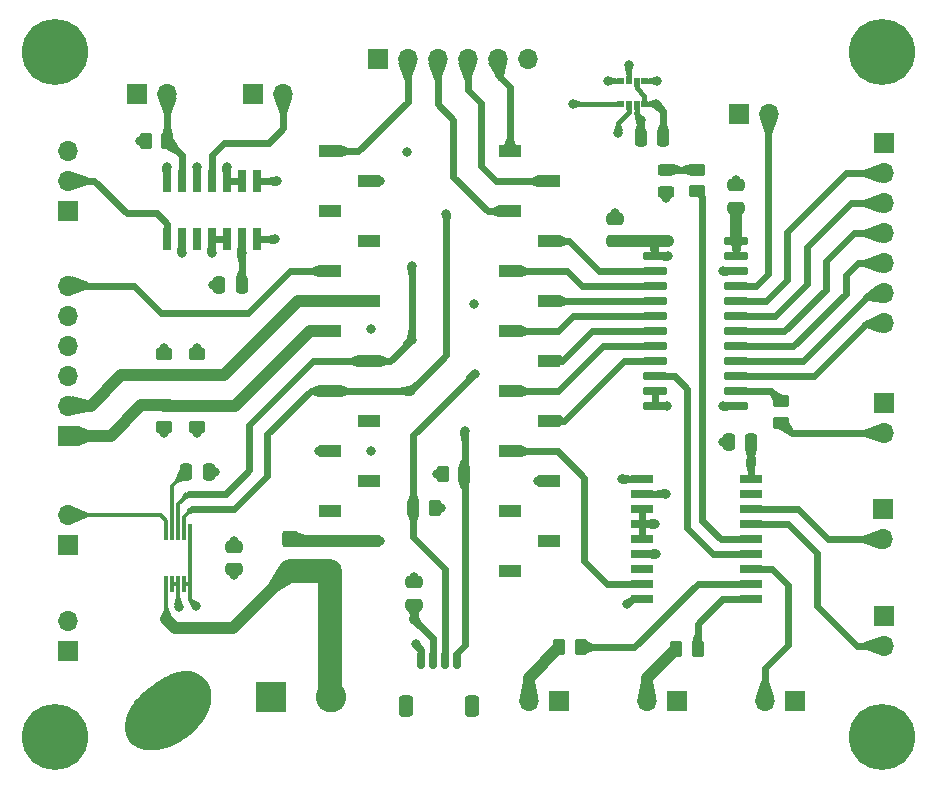
<source format=gbr>
%TF.GenerationSoftware,KiCad,Pcbnew,7.0.10*%
%TF.CreationDate,2024-03-09T05:04:33-09:00*%
%TF.ProjectId,SP_V.1.7.5_Board,53505f56-2e31-42e3-972e-355f426f6172,rev?*%
%TF.SameCoordinates,Original*%
%TF.FileFunction,Copper,L1,Top*%
%TF.FilePolarity,Positive*%
%FSLAX46Y46*%
G04 Gerber Fmt 4.6, Leading zero omitted, Abs format (unit mm)*
G04 Created by KiCad (PCBNEW 7.0.10) date 2024-03-09 05:04:33*
%MOMM*%
%LPD*%
G01*
G04 APERTURE LIST*
G04 Aperture macros list*
%AMRoundRect*
0 Rectangle with rounded corners*
0 $1 Rounding radius*
0 $2 $3 $4 $5 $6 $7 $8 $9 X,Y pos of 4 corners*
0 Add a 4 corners polygon primitive as box body*
4,1,4,$2,$3,$4,$5,$6,$7,$8,$9,$2,$3,0*
0 Add four circle primitives for the rounded corners*
1,1,$1+$1,$2,$3*
1,1,$1+$1,$4,$5*
1,1,$1+$1,$6,$7*
1,1,$1+$1,$8,$9*
0 Add four rect primitives between the rounded corners*
20,1,$1+$1,$2,$3,$4,$5,0*
20,1,$1+$1,$4,$5,$6,$7,0*
20,1,$1+$1,$6,$7,$8,$9,0*
20,1,$1+$1,$8,$9,$2,$3,0*%
G04 Aperture macros list end*
%TA.AperFunction,SMDPad,CuDef*%
%ADD10R,1.900000X1.000000*%
%TD*%
%TA.AperFunction,ComponentPad*%
%ADD11R,1.700000X1.700000*%
%TD*%
%TA.AperFunction,ComponentPad*%
%ADD12O,1.700000X1.700000*%
%TD*%
%TA.AperFunction,SMDPad,CuDef*%
%ADD13RoundRect,0.250000X0.262500X0.450000X-0.262500X0.450000X-0.262500X-0.450000X0.262500X-0.450000X0*%
%TD*%
%TA.AperFunction,SMDPad,CuDef*%
%ADD14RoundRect,0.042000X0.258000X-0.908000X0.258000X0.908000X-0.258000X0.908000X-0.258000X-0.908000X0*%
%TD*%
%TA.AperFunction,SMDPad,CuDef*%
%ADD15RoundRect,0.250000X0.475000X-0.250000X0.475000X0.250000X-0.475000X0.250000X-0.475000X-0.250000X0*%
%TD*%
%TA.AperFunction,SMDPad,CuDef*%
%ADD16RoundRect,0.250000X0.425000X-0.450000X0.425000X0.450000X-0.425000X0.450000X-0.425000X-0.450000X0*%
%TD*%
%TA.AperFunction,SMDPad,CuDef*%
%ADD17RoundRect,0.250000X0.450000X-0.262500X0.450000X0.262500X-0.450000X0.262500X-0.450000X-0.262500X0*%
%TD*%
%TA.AperFunction,SMDPad,CuDef*%
%ADD18RoundRect,0.042000X-0.913000X-0.258000X0.913000X-0.258000X0.913000X0.258000X-0.913000X0.258000X0*%
%TD*%
%TA.AperFunction,SMDPad,CuDef*%
%ADD19RoundRect,0.243750X0.456250X-0.243750X0.456250X0.243750X-0.456250X0.243750X-0.456250X-0.243750X0*%
%TD*%
%TA.AperFunction,SMDPad,CuDef*%
%ADD20RoundRect,0.250000X-0.250000X-0.475000X0.250000X-0.475000X0.250000X0.475000X-0.250000X0.475000X0*%
%TD*%
%TA.AperFunction,SMDPad,CuDef*%
%ADD21RoundRect,0.250000X-0.450000X0.262500X-0.450000X-0.262500X0.450000X-0.262500X0.450000X0.262500X0*%
%TD*%
%TA.AperFunction,SMDPad,CuDef*%
%ADD22RoundRect,0.250000X-0.262500X-0.450000X0.262500X-0.450000X0.262500X0.450000X-0.262500X0.450000X0*%
%TD*%
%TA.AperFunction,SMDPad,CuDef*%
%ADD23RoundRect,0.027000X-0.198000X0.218000X-0.198000X-0.218000X0.198000X-0.218000X0.198000X0.218000X0*%
%TD*%
%TA.AperFunction,SMDPad,CuDef*%
%ADD24RoundRect,0.250000X0.250000X0.475000X-0.250000X0.475000X-0.250000X-0.475000X0.250000X-0.475000X0*%
%TD*%
%TA.AperFunction,SMDPad,CuDef*%
%ADD25R,0.300000X1.400000*%
%TD*%
%TA.AperFunction,ComponentPad*%
%ADD26R,2.600000X2.600000*%
%TD*%
%TA.AperFunction,ComponentPad*%
%ADD27C,2.600000*%
%TD*%
%TA.AperFunction,SMDPad,CuDef*%
%ADD28RoundRect,0.150000X-0.150000X-0.625000X0.150000X-0.625000X0.150000X0.625000X-0.150000X0.625000X0*%
%TD*%
%TA.AperFunction,SMDPad,CuDef*%
%ADD29RoundRect,0.250000X-0.350000X-0.650000X0.350000X-0.650000X0.350000X0.650000X-0.350000X0.650000X0*%
%TD*%
%TA.AperFunction,SMDPad,CuDef*%
%ADD30RoundRect,0.048800X-0.936200X-0.256200X0.936200X-0.256200X0.936200X0.256200X-0.936200X0.256200X0*%
%TD*%
%TA.AperFunction,ViaPad*%
%ADD31C,0.800000*%
%TD*%
%TA.AperFunction,ViaPad*%
%ADD32C,5.600000*%
%TD*%
%TA.AperFunction,Conductor*%
%ADD33C,1.600000*%
%TD*%
%TA.AperFunction,Conductor*%
%ADD34C,0.300000*%
%TD*%
%TA.AperFunction,Conductor*%
%ADD35C,1.000000*%
%TD*%
%TA.AperFunction,Conductor*%
%ADD36C,2.000000*%
%TD*%
%TA.AperFunction,Conductor*%
%ADD37C,0.600000*%
%TD*%
%TA.AperFunction,Conductor*%
%ADD38C,0.400000*%
%TD*%
G04 APERTURE END LIST*
%TA.AperFunction,EtchedComponent*%
%TO.C,REF\u002A\u002A*%
G36*
X117010935Y-109657714D02*
G01*
X117110714Y-109662480D01*
X117208808Y-109671786D01*
X117305250Y-109685622D01*
X117400073Y-109703977D01*
X117493311Y-109726843D01*
X117584998Y-109754208D01*
X117675166Y-109786063D01*
X117763848Y-109822399D01*
X117799608Y-109838405D01*
X117834317Y-109854609D01*
X117868067Y-109871068D01*
X117900948Y-109887839D01*
X117933052Y-109904978D01*
X117964469Y-109922543D01*
X117995290Y-109940592D01*
X118025606Y-109959180D01*
X118055508Y-109978365D01*
X118085086Y-109998204D01*
X118114433Y-110018753D01*
X118143638Y-110040071D01*
X118172792Y-110062214D01*
X118201987Y-110085238D01*
X118231313Y-110109201D01*
X118260861Y-110134161D01*
X118280631Y-110150761D01*
X118303011Y-110168922D01*
X118327231Y-110188053D01*
X118352519Y-110207567D01*
X118378103Y-110226874D01*
X118403212Y-110245387D01*
X118427074Y-110262516D01*
X118448919Y-110277673D01*
X118524923Y-110334537D01*
X118596466Y-110398742D01*
X118663448Y-110470028D01*
X118725769Y-110548133D01*
X118783331Y-110632796D01*
X118836035Y-110723756D01*
X118883781Y-110820753D01*
X118926470Y-110923525D01*
X118964002Y-111031811D01*
X118996280Y-111145350D01*
X119023202Y-111263881D01*
X119044671Y-111387144D01*
X119060586Y-111514876D01*
X119070850Y-111646818D01*
X119075362Y-111782707D01*
X119074023Y-111922283D01*
X119068758Y-112042967D01*
X119060275Y-112155313D01*
X119048070Y-112262125D01*
X119040413Y-112314331D01*
X119031635Y-112366205D01*
X119021674Y-112418097D01*
X119010465Y-112470358D01*
X118984052Y-112577386D01*
X118951891Y-112690094D01*
X118913476Y-112811285D01*
X118885070Y-112893392D01*
X118853820Y-112976253D01*
X118819770Y-113059791D01*
X118782963Y-113143932D01*
X118743440Y-113228600D01*
X118701245Y-113313719D01*
X118656421Y-113399214D01*
X118609010Y-113485009D01*
X118559055Y-113571029D01*
X118506599Y-113657199D01*
X118451685Y-113743442D01*
X118394355Y-113829684D01*
X118334652Y-113915849D01*
X118272620Y-114001861D01*
X118208300Y-114087645D01*
X118141735Y-114173126D01*
X118098230Y-114226415D01*
X118048297Y-114284848D01*
X117932475Y-114413814D01*
X117800914Y-114553367D01*
X117660261Y-114696850D01*
X117517162Y-114837606D01*
X117378261Y-114968976D01*
X117250206Y-115084305D01*
X117192322Y-115133873D01*
X117139642Y-115176934D01*
X116966717Y-115309798D01*
X116792409Y-115434965D01*
X116616709Y-115552440D01*
X116439608Y-115662226D01*
X116261096Y-115764327D01*
X116081164Y-115858746D01*
X115899803Y-115945488D01*
X115717003Y-116024556D01*
X115532756Y-116095955D01*
X115347051Y-116159687D01*
X115159880Y-116215757D01*
X114971234Y-116264169D01*
X114781103Y-116304926D01*
X114589478Y-116338032D01*
X114396350Y-116363491D01*
X114201708Y-116381307D01*
X114201708Y-116381304D01*
X114107563Y-116386021D01*
X114008491Y-116387168D01*
X113905872Y-116384840D01*
X113801084Y-116379134D01*
X113695505Y-116370147D01*
X113590515Y-116357975D01*
X113487491Y-116342713D01*
X113387812Y-116324459D01*
X113257233Y-116294620D01*
X113131055Y-116258846D01*
X113009448Y-116217267D01*
X112892581Y-116170012D01*
X112780622Y-116117209D01*
X112673741Y-116058988D01*
X112572108Y-115995477D01*
X112475891Y-115926805D01*
X112385259Y-115853102D01*
X112300382Y-115774495D01*
X112221428Y-115691114D01*
X112148567Y-115603088D01*
X112081969Y-115510546D01*
X112051071Y-115462621D01*
X112021801Y-115413616D01*
X111994182Y-115363546D01*
X111968234Y-115312428D01*
X111943979Y-115260277D01*
X111921437Y-115207110D01*
X111887525Y-115118608D01*
X111872835Y-115076229D01*
X111859562Y-115034566D01*
X111847632Y-114993221D01*
X111836975Y-114951794D01*
X111827519Y-114909887D01*
X111819192Y-114867102D01*
X111811923Y-114823039D01*
X111805641Y-114777301D01*
X111800273Y-114729487D01*
X111795749Y-114679201D01*
X111788943Y-114569613D01*
X111784652Y-114445348D01*
X111782606Y-114348193D01*
X111781761Y-114266772D01*
X111782304Y-114197455D01*
X111784420Y-114136610D01*
X111786126Y-114108230D01*
X111788296Y-114080606D01*
X111794117Y-114025812D01*
X111802071Y-113968596D01*
X111812342Y-113905328D01*
X111832845Y-113798529D01*
X111858177Y-113690297D01*
X111888213Y-113580894D01*
X111922825Y-113470582D01*
X111961887Y-113359621D01*
X112005274Y-113248275D01*
X112052858Y-113136805D01*
X112104514Y-113025473D01*
X112160115Y-112914540D01*
X112219534Y-112804269D01*
X112282646Y-112694922D01*
X112349323Y-112586759D01*
X112419441Y-112480044D01*
X112492871Y-112375038D01*
X112569488Y-112272003D01*
X112649166Y-112171200D01*
X112785023Y-112010145D01*
X112924177Y-111857110D01*
X112996083Y-111782616D01*
X113070122Y-111708944D01*
X113146732Y-111635703D01*
X113226349Y-111562498D01*
X113396349Y-111414620D01*
X113583614Y-111262161D01*
X113791636Y-111101971D01*
X114023907Y-110930898D01*
X114321890Y-110721376D01*
X114610063Y-110530922D01*
X114888692Y-110359457D01*
X115158045Y-110206901D01*
X115418387Y-110073176D01*
X115669988Y-109958203D01*
X115913112Y-109861902D01*
X116148027Y-109784194D01*
X116375000Y-109725000D01*
X116594298Y-109684242D01*
X116701152Y-109670751D01*
X116806187Y-109661839D01*
X116909437Y-109657497D01*
X117010935Y-109657714D01*
G37*
%TD.AperFunction*%
%TD*%
D10*
%TO.P,J11,1,D13/SCK*%
%TO.N,SPI_SCLK*%
X129120000Y-65645000D03*
%TO.P,J11,2,+3V3*%
%TO.N,+3V3*%
X132420000Y-68185000D03*
%TO.P,J11,3,AREF*%
%TO.N,unconnected-(J11-AREF-Pad3)*%
X129120000Y-70725000D03*
%TO.P,J11,4,A0/DAC0*%
%TO.N,unconnected-(J11-A0{slash}DAC0-Pad4)*%
X132420000Y-73265000D03*
%TO.P,J11,5,A1*%
%TO.N,Pressurestat*%
X129120000Y-75805000D03*
%TO.P,J11,6,A2*%
%TO.N,Boiler level sensor*%
X132420000Y-78345000D03*
%TO.P,J11,7,A3*%
%TO.N,Tank level sensor*%
X129120000Y-80885000D03*
%TO.P,J11,8,A4/SDA*%
%TO.N,I2C_SDA*%
X132420000Y-83425000D03*
%TO.P,J11,9,A5/SCL*%
%TO.N,I2C_SCL*%
X129120000Y-85965000D03*
%TO.P,J11,10,A6*%
%TO.N,unconnected-(J11-A6-Pad10)*%
X132420000Y-88505000D03*
%TO.P,J11,11,A7*%
%TO.N,Tachometer*%
X129120000Y-91045000D03*
%TO.P,J11,12,VUSB*%
%TO.N,unconnected-(J11-VUSB-Pad12)*%
X132420000Y-93585000D03*
%TO.P,J11,13,~{RESET}*%
%TO.N,unconnected-(J11-~{RESET}-Pad13)*%
X129120000Y-96125000D03*
%TO.P,J11,14,GND*%
%TO.N,GND*%
X132420000Y-98665000D03*
%TO.P,J11,15,VIN*%
%TO.N,5V_IN*%
X129120000Y-101205000D03*
%TO.P,J11,16,TX*%
%TO.N,unconnected-(J11-TX-Pad16)*%
X144360000Y-101230000D03*
%TO.P,J11,17,RX*%
%TO.N,unconnected-(J11-RX-Pad17)*%
X147660000Y-98690000D03*
%TO.P,J11,18,~{RESET}*%
%TO.N,unconnected-(J11-~{RESET}-Pad18)*%
X144360000Y-96150000D03*
%TO.P,J11,19,GND*%
%TO.N,GND*%
X147660000Y-93610000D03*
%TO.P,J11,20,~D2*%
%TO.N,I{slash}O interrupt*%
X144360000Y-91070000D03*
%TO.P,J11,21,~D3*%
%TO.N,Net-(J11-~D3)*%
X147660000Y-88530000D03*
%TO.P,J11,22,D4*%
%TO.N,Net-(J11-D4)*%
X144360000Y-85990000D03*
%TO.P,J11,23,~D5*%
%TO.N,Net-(J11-~D5)*%
X147660000Y-83450000D03*
%TO.P,J11,24,~D6*%
%TO.N,Net-(J11-~D6)*%
X144360000Y-80910000D03*
%TO.P,J11,25,D7*%
%TO.N,Net-(J11-D7)*%
X147660000Y-78370000D03*
%TO.P,J11,26,D8*%
%TO.N,Net-(J11-D8)*%
X144360000Y-75830000D03*
%TO.P,J11,27,~D9*%
%TO.N,Net-(J11-~D9)*%
X147660000Y-73290000D03*
%TO.P,J11,28,~D10*%
%TO.N,SPI_CS*%
X144360000Y-70750000D03*
%TO.P,J11,29,~D11/MOSI*%
%TO.N,SPI_MOSI*%
X147660000Y-68210000D03*
%TO.P,J11,30,~D12/MISO*%
%TO.N,SPI_MISO*%
X144360000Y-65670000D03*
%TD*%
D11*
%TO.P,J13,1,Pin_1*%
%TO.N,GND*%
X176000000Y-65000000D03*
D12*
%TO.P,J13,2,Pin_2*%
%TO.N,Steam boiler control*%
X176000000Y-67540000D03*
%TO.P,J13,3,Pin_3*%
%TO.N,Water valve control*%
X176000000Y-70080000D03*
%TO.P,J13,4,Pin_4*%
%TO.N,Fill valve control*%
X176000000Y-72620000D03*
%TO.P,J13,5,Pin_5*%
%TO.N,Water pump control*%
X176000000Y-75160000D03*
%TO.P,J13,6,Pin_6*%
%TO.N,Accessory 1*%
X176000000Y-77700000D03*
%TO.P,J13,7,Pin_7*%
%TO.N,Accessory 2*%
X176000000Y-80240000D03*
%TD*%
D13*
%TO.P,R10,1*%
%TO.N,I2C_SCL*%
X140487500Y-93025000D03*
%TO.P,R10,2*%
%TO.N,+3V3*%
X138662500Y-93025000D03*
%TD*%
D14*
%TO.P,U5,1,CH1+*%
%TO.N,Dial potentiometer*%
X115290000Y-73117500D03*
%TO.P,U5,2,CH1-*%
%TO.N,GND*%
X116560000Y-73117500D03*
%TO.P,U5,3,CH2+*%
%TO.N,unconnected-(U5-CH2+-Pad3)*%
X117830000Y-73117500D03*
%TO.P,U5,4,CH2-*%
%TO.N,GND*%
X119100000Y-73117500D03*
%TO.P,U5,5,VSS*%
X120370000Y-73117500D03*
%TO.P,U5,6,VDD*%
%TO.N,+3V3*%
X121640000Y-73117500D03*
%TO.P,U5,7,SDA*%
%TO.N,I2C_SDA*%
X122910000Y-73117500D03*
%TO.P,U5,8,SCL*%
%TO.N,I2C_SCL*%
X122910000Y-68207500D03*
%TO.P,U5,9,ADR0*%
%TO.N,GND*%
X121640000Y-68207500D03*
%TO.P,U5,10,ADR1*%
X120370000Y-68207500D03*
%TO.P,U5,11,CH3+*%
%TO.N,Water pressure sensor*%
X119100000Y-68207500D03*
%TO.P,U5,12,CH3-*%
%TO.N,GND*%
X117830000Y-68207500D03*
%TO.P,U5,13,CH4+*%
%TO.N,Group head thermistor*%
X116560000Y-68207500D03*
%TO.P,U5,14,CH4-*%
%TO.N,GND*%
X115290000Y-68207500D03*
%TD*%
D15*
%TO.P,C2,1*%
%TO.N,5V_IN*%
X163520000Y-70460000D03*
%TO.P,C2,2*%
%TO.N,GND*%
X163520000Y-68560000D03*
%TD*%
D16*
%TO.P,C7,1*%
%TO.N,5V_IN*%
X125730000Y-101200000D03*
%TO.P,C7,2*%
%TO.N,GND*%
X125730000Y-98500000D03*
%TD*%
D11*
%TO.P,J1,1,Pin_1*%
%TO.N,GND*%
X163750000Y-62520000D03*
D12*
%TO.P,J1,2,Pin_2*%
%TO.N,Coffee boiler control*%
X166290000Y-62520000D03*
%TD*%
D11*
%TO.P,J9,1,Pin_1*%
%TO.N,GND*%
X112810000Y-60830000D03*
D12*
%TO.P,J9,2,Pin_2*%
%TO.N,Group head thermistor*%
X115350000Y-60830000D03*
%TD*%
D11*
%TO.P,J8,1,Pin_1*%
%TO.N,+3V3*%
X133150000Y-57900000D03*
D12*
%TO.P,J8,2,Pin_2*%
%TO.N,SPI_SCLK*%
X135690000Y-57900000D03*
%TO.P,J8,3,Pin_3*%
%TO.N,SPI_CS*%
X138230000Y-57900000D03*
%TO.P,J8,4,Pin_4*%
%TO.N,SPI_MOSI*%
X140770000Y-57900000D03*
%TO.P,J8,5,Pin_5*%
%TO.N,SPI_MISO*%
X143310000Y-57900000D03*
%TO.P,J8,6,Pin_6*%
%TO.N,GND*%
X145850000Y-57900000D03*
%TD*%
D17*
%TO.P,R5,1*%
%TO.N,GND*%
X115085000Y-89012500D03*
%TO.P,R5,2*%
%TO.N,Tank level sensor*%
X115085000Y-87187500D03*
%TD*%
%TO.P,R6,1*%
%TO.N,Boiler level sensor*%
X117835000Y-84652500D03*
%TO.P,R6,2*%
%TO.N,+3V3*%
X117835000Y-82827500D03*
%TD*%
D11*
%TO.P,J6,1,Pin_1*%
%TO.N,Tank level sensor*%
X106975000Y-89750000D03*
D12*
%TO.P,J6,2,Pin_2*%
%TO.N,Boiler level sensor*%
X106975000Y-87210000D03*
%TO.P,J6,3,Pin_3*%
%TO.N,GND*%
X106975000Y-84670000D03*
%TO.P,J6,4,Pin_4*%
X106975000Y-82130000D03*
%TO.P,J6,5,Pin_5*%
X106975000Y-79590000D03*
%TO.P,J6,6,Pin_6*%
%TO.N,Pressurestat*%
X106975000Y-77050000D03*
%TD*%
D18*
%TO.P,U2,1,SCL*%
%TO.N,I2C_SCL*%
X155550000Y-93420000D03*
%TO.P,U2,2,SDA*%
%TO.N,I2C_SDA*%
X155550000Y-94690000D03*
%TO.P,U2,3,A2*%
%TO.N,GND*%
X155550000Y-95960000D03*
%TO.P,U2,4,A1*%
X155550000Y-97230000D03*
%TO.P,U2,5,A0*%
X155550000Y-98500000D03*
%TO.P,U2,6,~{RESET}*%
%TO.N,+3V3*%
X155550000Y-99770000D03*
%TO.P,U2,7,NC*%
%TO.N,unconnected-(U2-NC-Pad7)*%
X155550000Y-101040000D03*
%TO.P,U2,8,INT*%
%TO.N,I{slash}O interrupt*%
X155550000Y-102310000D03*
%TO.P,U2,9,VSS*%
%TO.N,GND*%
X155550000Y-103580000D03*
%TO.P,U2,10,GP0*%
%TO.N,Tank LED*%
X164770000Y-103580000D03*
%TO.P,U2,11,GP1*%
%TO.N,Alarm LED*%
X164770000Y-102310000D03*
%TO.P,U2,12,GP2*%
%TO.N,Brew button*%
X164770000Y-101040000D03*
%TO.P,U2,13,GP3*%
%TO.N,Brew lights control*%
X164770000Y-99770000D03*
%TO.P,U2,14,GP4*%
%TO.N,Status LED*%
X164770000Y-98500000D03*
%TO.P,U2,15,GP5*%
%TO.N,Net-(J19-Pin_2)*%
X164770000Y-97230000D03*
%TO.P,U2,16,GP6*%
%TO.N,Net-(J15-Pin_2)*%
X164770000Y-95960000D03*
%TO.P,U2,17,GP7*%
%TO.N,unconnected-(U2-GP7-Pad17)*%
X164770000Y-94690000D03*
%TO.P,U2,18,VDD*%
%TO.N,+3V3*%
X164770000Y-93420000D03*
%TD*%
D11*
%TO.P,J10,1,Pin_1*%
%TO.N,GND*%
X106975000Y-70725000D03*
D12*
%TO.P,J10,2,Pin_2*%
%TO.N,Dial potentiometer*%
X106975000Y-68185000D03*
%TO.P,J10,3,Pin_3*%
%TO.N,+3V3*%
X106975000Y-65645000D03*
%TD*%
D19*
%TO.P,D1,1,K*%
%TO.N,GND*%
X157570000Y-69100000D03*
%TO.P,D1,2,A*%
%TO.N,Net-(D1-A)*%
X157570000Y-67225000D03*
%TD*%
D11*
%TO.P,J15,1,Pin_1*%
%TO.N,GND*%
X175975000Y-96000000D03*
D12*
%TO.P,J15,2,Pin_2*%
%TO.N,Net-(J15-Pin_2)*%
X175975000Y-98540000D03*
%TD*%
D20*
%TO.P,C5,1*%
%TO.N,+3V3*%
X155430000Y-64560000D03*
%TO.P,C5,2*%
%TO.N,GND*%
X157330000Y-64560000D03*
%TD*%
D21*
%TO.P,R4,1*%
%TO.N,Tank level sensor*%
X117825000Y-87207500D03*
%TO.P,R4,2*%
%TO.N,+3V3*%
X117825000Y-89032500D03*
%TD*%
D11*
%TO.P,J19,1,Pin_1*%
%TO.N,GND*%
X176000000Y-105000000D03*
D12*
%TO.P,J19,2,Pin_2*%
%TO.N,Net-(J19-Pin_2)*%
X176000000Y-107540000D03*
%TD*%
D17*
%TO.P,R11,1*%
%TO.N,Status LED*%
X160200000Y-69062500D03*
%TO.P,R11,2*%
%TO.N,Net-(D1-A)*%
X160200000Y-67237500D03*
%TD*%
D11*
%TO.P,J14,1,Pin_1*%
%TO.N,GND*%
X122620000Y-60810000D03*
D12*
%TO.P,J14,2,Pin_2*%
%TO.N,Water pressure sensor*%
X125160000Y-60810000D03*
%TD*%
D15*
%TO.P,C6,1*%
%TO.N,+3V3*%
X136250000Y-104075000D03*
%TO.P,C6,2*%
%TO.N,GND*%
X136250000Y-102175000D03*
%TD*%
D20*
%TO.P,C8,1*%
%TO.N,Net-(U3-VREF)*%
X116950000Y-92800000D03*
%TO.P,C8,2*%
%TO.N,GND*%
X118850000Y-92800000D03*
%TD*%
D11*
%TO.P,J16,1,Pin_1*%
%TO.N,GND*%
X106975000Y-99000000D03*
D12*
%TO.P,J16,2,Pin_2*%
%TO.N,Pump control*%
X106975000Y-96460000D03*
%TD*%
D22*
%TO.P,R1,1*%
%TO.N,Net-(J2-Pin_2)*%
X158417500Y-107820000D03*
%TO.P,R1,2*%
%TO.N,Tank LED*%
X160242500Y-107820000D03*
%TD*%
D11*
%TO.P,J2,1,Pin_1*%
%TO.N,GND*%
X158500000Y-112225000D03*
D12*
%TO.P,J2,2,Pin_2*%
%TO.N,Net-(J2-Pin_2)*%
X155960000Y-112225000D03*
%TD*%
D11*
%TO.P,J3,1,Pin_1*%
%TO.N,GND*%
X148500000Y-112225000D03*
D12*
%TO.P,J3,2,Pin_2*%
%TO.N,Net-(J3-Pin_2)*%
X145960000Y-112225000D03*
%TD*%
D23*
%TO.P,U4,1,GND*%
%TO.N,GND*%
X155725000Y-61670000D03*
%TO.P,U4,2,CSB*%
%TO.N,+3V3*%
X155075000Y-61670000D03*
%TO.P,U4,3,SDI*%
%TO.N,I2C_SDA*%
X154425000Y-61670000D03*
%TO.P,U4,4,SCK*%
%TO.N,I2C_SCL*%
X153775000Y-61670000D03*
%TO.P,U4,5,SDO*%
%TO.N,GND*%
X153775000Y-59730000D03*
%TO.P,U4,6,VDDIO*%
%TO.N,+3V3*%
X154425000Y-59730000D03*
%TO.P,U4,7,GND*%
%TO.N,GND*%
X155075000Y-59730000D03*
%TO.P,U4,8,VDD*%
%TO.N,+3V3*%
X155725000Y-59730000D03*
%TD*%
D24*
%TO.P,C4,1*%
%TO.N,+3V3*%
X121640000Y-77000000D03*
%TO.P,C4,2*%
%TO.N,GND*%
X119740000Y-77000000D03*
%TD*%
D22*
%TO.P,R9,1*%
%TO.N,I2C_SDA*%
X136187500Y-95875000D03*
%TO.P,R9,2*%
%TO.N,+3V3*%
X138012500Y-95875000D03*
%TD*%
D24*
%TO.P,C3,1*%
%TO.N,+3V3*%
X164775000Y-90300000D03*
%TO.P,C3,2*%
%TO.N,GND*%
X162875000Y-90300000D03*
%TD*%
D25*
%TO.P,U3,1,VDD*%
%TO.N,5V_IN*%
X115275000Y-102325000D03*
%TO.P,U3,2,VLOGIC*%
%TO.N,+3V3*%
X115775000Y-102325000D03*
%TO.P,U3,3,~{RESET}*%
X116275000Y-102325000D03*
%TO.P,U3,4,~{LDAC}*%
%TO.N,GND*%
X116775000Y-102325000D03*
%TO.P,U3,5,GND*%
X117275000Y-102325000D03*
%TO.P,U3,6,A0*%
X117275000Y-97925000D03*
%TO.P,U3,7,SCL*%
%TO.N,I2C_SCL*%
X116775000Y-97925000D03*
%TO.P,U3,8,SDA*%
%TO.N,I2C_SDA*%
X116275000Y-97925000D03*
%TO.P,U3,9,VREF*%
%TO.N,Net-(U3-VREF)*%
X115775000Y-97925000D03*
%TO.P,U3,10,VOUT*%
%TO.N,Pump control*%
X115275000Y-97925000D03*
%TD*%
D26*
%TO.P,J12,1,Pin_1*%
%TO.N,GND*%
X124100000Y-111875000D03*
D27*
%TO.P,J12,2,Pin_2*%
%TO.N,5V_IN*%
X129180000Y-111875000D03*
%TD*%
D11*
%TO.P,J4,1,Pin_1*%
%TO.N,GND*%
X176000000Y-87000000D03*
D12*
%TO.P,J4,2,Pin_2*%
%TO.N,Net-(J4-Pin_2)*%
X176000000Y-89540000D03*
%TD*%
D13*
%TO.P,R8,1*%
%TO.N,Group head thermistor*%
X115362500Y-64825000D03*
%TO.P,R8,2*%
%TO.N,+3V3*%
X113537500Y-64825000D03*
%TD*%
D17*
%TO.P,R3,1*%
%TO.N,Net-(J4-Pin_2)*%
X167300000Y-88637500D03*
%TO.P,R3,2*%
%TO.N,Brew lights*%
X167300000Y-86812500D03*
%TD*%
D28*
%TO.P,J7,1,Pin_1*%
%TO.N,GND*%
X136850000Y-108770000D03*
%TO.P,J7,2,Pin_2*%
%TO.N,+3V3*%
X137850000Y-108770000D03*
%TO.P,J7,3,Pin_3*%
%TO.N,I2C_SDA*%
X138850000Y-108770000D03*
%TO.P,J7,4,Pin_4*%
%TO.N,I2C_SCL*%
X139850000Y-108770000D03*
D29*
%TO.P,J7,MP*%
%TO.N,N/C*%
X135550000Y-112645000D03*
X141150000Y-112645000D03*
%TD*%
D30*
%TO.P,U1,1,VCCA*%
%TO.N,+3V3*%
X156605000Y-73295000D03*
%TO.P,U1,2,DIR*%
X156605000Y-74565000D03*
%TO.P,U1,3,A1*%
%TO.N,Net-(J11-~D9)*%
X156605000Y-75835000D03*
%TO.P,U1,4,A2*%
%TO.N,Net-(J11-D8)*%
X156605000Y-77105000D03*
%TO.P,U1,5,A3*%
%TO.N,Net-(J11-D7)*%
X156605000Y-78375000D03*
%TO.P,U1,6,A4*%
%TO.N,Net-(J11-~D6)*%
X156605000Y-79645000D03*
%TO.P,U1,7,A5*%
%TO.N,Net-(J11-~D5)*%
X156605000Y-80915000D03*
%TO.P,U1,8,A6*%
%TO.N,Net-(J11-D4)*%
X156605000Y-82185000D03*
%TO.P,U1,9,A7*%
%TO.N,Net-(J11-~D3)*%
X156605000Y-83455000D03*
%TO.P,U1,10,A8*%
%TO.N,Brew lights control*%
X156605000Y-84725000D03*
%TO.P,U1,11,GND*%
%TO.N,GND*%
X156605000Y-85995000D03*
%TO.P,U1,12,GND*%
X156605000Y-87265000D03*
%TO.P,U1,13,GND*%
X163535000Y-87265000D03*
%TO.P,U1,14,B8*%
%TO.N,Brew lights*%
X163535000Y-85995000D03*
%TO.P,U1,15,B7*%
%TO.N,Accessory 2*%
X163535000Y-84725000D03*
%TO.P,U1,16,B6*%
%TO.N,Accessory 1*%
X163535000Y-83455000D03*
%TO.P,U1,17,B5*%
%TO.N,Water pump control*%
X163535000Y-82185000D03*
%TO.P,U1,18,B4*%
%TO.N,Fill valve control*%
X163535000Y-80915000D03*
%TO.P,U1,19,B3*%
%TO.N,Water valve control*%
X163535000Y-79645000D03*
%TO.P,U1,20,B2*%
%TO.N,Steam boiler control*%
X163535000Y-78375000D03*
%TO.P,U1,21,B1*%
%TO.N,Coffee boiler control*%
X163535000Y-77105000D03*
%TO.P,U1,22,~{OE}*%
%TO.N,GND*%
X163535000Y-75835000D03*
%TO.P,U1,23,VCCB*%
%TO.N,5V_IN*%
X163535000Y-74565000D03*
%TO.P,U1,24,VCCB*%
X163535000Y-73295000D03*
%TD*%
D15*
%TO.P,C9,1*%
%TO.N,+3V3*%
X121000000Y-101075000D03*
%TO.P,C9,2*%
%TO.N,GND*%
X121000000Y-99175000D03*
%TD*%
D21*
%TO.P,R7,1*%
%TO.N,GND*%
X115095000Y-82817500D03*
%TO.P,R7,2*%
%TO.N,Boiler level sensor*%
X115095000Y-84642500D03*
%TD*%
D11*
%TO.P,J17,1,Pin_1*%
%TO.N,GND*%
X106975000Y-108000000D03*
D12*
%TO.P,J17,2,Pin_2*%
%TO.N,Tachometer*%
X106975000Y-105460000D03*
%TD*%
D15*
%TO.P,C1,1*%
%TO.N,+3V3*%
X153260000Y-73300000D03*
%TO.P,C1,2*%
%TO.N,GND*%
X153260000Y-71400000D03*
%TD*%
D11*
%TO.P,J5,1,Pin_1*%
%TO.N,GND*%
X168500000Y-112225000D03*
D12*
%TO.P,J5,2,Pin_2*%
%TO.N,Brew button*%
X165960000Y-112225000D03*
%TD*%
D22*
%TO.P,R2,1*%
%TO.N,Net-(J3-Pin_2)*%
X148547500Y-107670000D03*
%TO.P,R2,2*%
%TO.N,Alarm LED*%
X150372500Y-107670000D03*
%TD*%
D31*
%TO.N,5V_IN*%
X163540000Y-72400000D03*
X163550000Y-71530000D03*
%TO.N,GND*%
X153260000Y-70910000D03*
X162400000Y-87260000D03*
X115295000Y-67027500D03*
X141340000Y-78590000D03*
X119350000Y-92800000D03*
X152680000Y-59730000D03*
D32*
X105875000Y-115275000D03*
D31*
X156750000Y-61675000D03*
X132570000Y-91010000D03*
D32*
X175875000Y-57275000D03*
D31*
X132580000Y-80730000D03*
X156625000Y-97225000D03*
X157570000Y-69592500D03*
X157640000Y-87260000D03*
D32*
X105875000Y-57275000D03*
D31*
X117830000Y-67020000D03*
X135670000Y-65760000D03*
X120375000Y-67027500D03*
X136250000Y-101675000D03*
X162375000Y-90275000D03*
X163520000Y-68070000D03*
X136395000Y-107425000D03*
X117800000Y-104200000D03*
X162400000Y-75830000D03*
D32*
X175875000Y-115275000D03*
D31*
X115085000Y-89530000D03*
X119240000Y-77000000D03*
X121000000Y-98675000D03*
X133375000Y-98675000D03*
X146710000Y-93610000D03*
X116555000Y-74277500D03*
X119105000Y-74297500D03*
X154275000Y-104000000D03*
X115095000Y-82300000D03*
%TO.N,+3V3*%
X117835000Y-82310000D03*
X164775000Y-91925000D03*
X136250000Y-105320000D03*
X116300000Y-104225000D03*
X157740000Y-74570000D03*
X156750000Y-99775000D03*
X138150000Y-93000000D03*
X157740000Y-73300000D03*
X133380000Y-68180000D03*
X117825000Y-89550000D03*
X121000000Y-101575000D03*
X121635000Y-74287500D03*
X155430000Y-63020000D03*
X113025000Y-64825000D03*
X138525000Y-95875000D03*
X154430000Y-58380000D03*
X156775000Y-59725000D03*
%TO.N,I2C_SDA*%
X136040000Y-81630000D03*
X136040000Y-75350000D03*
X141375000Y-84525000D03*
X157600000Y-94675000D03*
X153525000Y-64115000D03*
X124450000Y-73125000D03*
%TO.N,I2C_SCL*%
X149675000Y-61675000D03*
X140525000Y-89375000D03*
X138975000Y-71000000D03*
X124650000Y-68200000D03*
X135952500Y-85975000D03*
X153825000Y-93425000D03*
%TO.N,Tachometer*%
X128175000Y-91050000D03*
%TD*%
D33*
%TO.N,5V_IN*%
X129115000Y-101200000D02*
X129120000Y-101205000D01*
D34*
X115275000Y-102325000D02*
X115275000Y-105275000D01*
D35*
X115275000Y-105275000D02*
X116000000Y-106000000D01*
X116000000Y-106000000D02*
X120930000Y-106000000D01*
X163520000Y-70460000D02*
X163520000Y-73280000D01*
D36*
X125730000Y-101200000D02*
X129115000Y-101200000D01*
X129120000Y-101205000D02*
X129120000Y-105325000D01*
D35*
X163520000Y-73280000D02*
X163535000Y-73295000D01*
D37*
X163535000Y-74565000D02*
X163535000Y-73295000D01*
D35*
X120930000Y-106000000D02*
X125730000Y-101200000D01*
D36*
X129120000Y-105325000D02*
X129120000Y-111815000D01*
D37*
%TO.N,GND*%
X156625000Y-97225000D02*
X155555000Y-97225000D01*
X116560000Y-73117500D02*
X116560000Y-74272500D01*
X163535000Y-75835000D02*
X162405000Y-75835000D01*
X162400000Y-90300000D02*
X162375000Y-90275000D01*
X120370000Y-73117500D02*
X119100000Y-73117500D01*
D38*
X156745000Y-61670000D02*
X156750000Y-61675000D01*
D37*
X120370000Y-67032500D02*
X120375000Y-67027500D01*
D38*
X155725000Y-61000000D02*
X155075000Y-60350000D01*
D37*
X121000000Y-99175000D02*
X121000000Y-98675000D01*
X118850000Y-92800000D02*
X119350000Y-92800000D01*
X162875000Y-90300000D02*
X162400000Y-90300000D01*
X154275000Y-104000000D02*
X154695000Y-103580000D01*
X115095000Y-82817500D02*
X115095000Y-82300000D01*
D34*
X117275000Y-97925000D02*
X117275000Y-102325000D01*
D37*
X116560000Y-74272500D02*
X116555000Y-74277500D01*
X162405000Y-75835000D02*
X162400000Y-75830000D01*
X115290000Y-68207500D02*
X115290000Y-67032500D01*
X155555000Y-97225000D02*
X155550000Y-97230000D01*
X115290000Y-67032500D02*
X115295000Y-67027500D01*
X121640000Y-68207500D02*
X120370000Y-68207500D01*
X136250000Y-101675000D02*
X136250000Y-102175000D01*
X119100000Y-73117500D02*
X119100000Y-74292500D01*
D35*
X132420000Y-98665000D02*
X125895000Y-98665000D01*
D37*
X163535000Y-87265000D02*
X162405000Y-87265000D01*
D34*
X117800000Y-104200000D02*
X117275000Y-103675000D01*
D37*
X136850000Y-107880000D02*
X136850000Y-108770000D01*
X156605000Y-85995000D02*
X156605000Y-87265000D01*
X136395000Y-107425000D02*
X136850000Y-107880000D01*
X155550000Y-98500000D02*
X155550000Y-97230000D01*
D38*
X155075000Y-60350000D02*
X155075000Y-59730000D01*
D37*
X146710000Y-93610000D02*
X147660000Y-93610000D01*
X154695000Y-103580000D02*
X155550000Y-103580000D01*
X155550000Y-95960000D02*
X155550000Y-97230000D01*
X162405000Y-87265000D02*
X162400000Y-87260000D01*
X119100000Y-74292500D02*
X119105000Y-74297500D01*
D38*
X155725000Y-61670000D02*
X156745000Y-61670000D01*
D37*
X132420000Y-98665000D02*
X133365000Y-98665000D01*
X133365000Y-98665000D02*
X133375000Y-98675000D01*
X157570000Y-69100000D02*
X157570000Y-69592500D01*
D38*
X152680000Y-59730000D02*
X153775000Y-59730000D01*
D37*
X157330000Y-62255000D02*
X156750000Y-61675000D01*
X115085000Y-89012500D02*
X115085000Y-89530000D01*
D34*
X117275000Y-103675000D02*
X117275000Y-102325000D01*
D37*
X120370000Y-68207500D02*
X120370000Y-67032500D01*
X157330000Y-64560000D02*
X157330000Y-62255000D01*
D34*
X116775000Y-102325000D02*
X117275000Y-102325000D01*
D38*
X155725000Y-61670000D02*
X155725000Y-61000000D01*
D37*
%TO.N,+3V3*%
X156605000Y-74565000D02*
X156605000Y-73295000D01*
D38*
X155430000Y-63020000D02*
X155075000Y-62665000D01*
X154425000Y-59730000D02*
X154425000Y-58385000D01*
D37*
X138662500Y-93025000D02*
X138175000Y-93025000D01*
X164770000Y-91930000D02*
X164775000Y-91925000D01*
X121640000Y-73117500D02*
X121640000Y-74282500D01*
D38*
X154425000Y-58385000D02*
X154430000Y-58380000D01*
X155075000Y-62665000D02*
X155075000Y-61670000D01*
D37*
X155430000Y-63020000D02*
X155430000Y-64560000D01*
D38*
X156770000Y-59730000D02*
X156775000Y-59725000D01*
D35*
X157740000Y-73300000D02*
X156610000Y-73300000D01*
D37*
X132420000Y-68185000D02*
X133375000Y-68185000D01*
D35*
X153260000Y-73300000D02*
X156600000Y-73300000D01*
D38*
X155725000Y-59730000D02*
X156770000Y-59730000D01*
D37*
X136250000Y-105320000D02*
X137850000Y-106920000D01*
X164770000Y-93420000D02*
X164770000Y-91930000D01*
X136250000Y-105320000D02*
X136250000Y-104075000D01*
X137850000Y-106920000D02*
X137850000Y-108770000D01*
X138012500Y-95875000D02*
X138525000Y-95875000D01*
X157735000Y-74565000D02*
X157740000Y-74570000D01*
X138175000Y-93025000D02*
X138150000Y-93000000D01*
X117825000Y-89032500D02*
X117825000Y-89550000D01*
D35*
X156600000Y-73300000D02*
X156605000Y-73295000D01*
D37*
X155550000Y-99770000D02*
X156745000Y-99770000D01*
X121640000Y-74292500D02*
X121635000Y-74287500D01*
X121000000Y-101075000D02*
X121000000Y-101575000D01*
D34*
X116300000Y-104225000D02*
X116275000Y-104200000D01*
D37*
X156745000Y-99770000D02*
X156750000Y-99775000D01*
D35*
X156610000Y-73300000D02*
X156605000Y-73295000D01*
D37*
X133375000Y-68185000D02*
X133380000Y-68180000D01*
D34*
X116275000Y-104200000D02*
X116275000Y-102325000D01*
D37*
X164775000Y-90300000D02*
X164775000Y-91925000D01*
X113537500Y-64825000D02*
X113025000Y-64825000D01*
X121640000Y-74282500D02*
X121635000Y-74287500D01*
X156605000Y-74565000D02*
X157735000Y-74565000D01*
D34*
X115775000Y-102325000D02*
X116275000Y-102325000D01*
D37*
X117835000Y-82827500D02*
X117835000Y-82310000D01*
X121640000Y-77000000D02*
X121640000Y-74292500D01*
%TO.N,SPI_SCLK*%
X135690000Y-61480000D02*
X135690000Y-57900000D01*
X129120000Y-65645000D02*
X131525000Y-65645000D01*
X131525000Y-65645000D02*
X135690000Y-61480000D01*
%TO.N,Group head thermistor*%
X116560000Y-66022500D02*
X115362500Y-64825000D01*
X115362500Y-64825000D02*
X115362500Y-60842500D01*
X116560000Y-68207500D02*
X116560000Y-66022500D01*
%TO.N,Dial potentiometer*%
X106975000Y-68185000D02*
X109185000Y-68185000D01*
X115290000Y-71790000D02*
X115290000Y-73117500D01*
X109185000Y-68185000D02*
X111935000Y-70935000D01*
X111935000Y-70935000D02*
X114435000Y-70935000D01*
X114435000Y-70935000D02*
X115290000Y-71790000D01*
%TO.N,Pressurestat*%
X122175000Y-79350000D02*
X125720000Y-75805000D01*
X106975000Y-77050000D02*
X112525000Y-77050000D01*
X125720000Y-75805000D02*
X129120000Y-75805000D01*
X112525000Y-77050000D02*
X114825000Y-79350000D01*
X114825000Y-79350000D02*
X122175000Y-79350000D01*
%TO.N,Brew button*%
X167890000Y-102415000D02*
X167890000Y-107460000D01*
X166515000Y-101040000D02*
X167890000Y-102415000D01*
X165960000Y-109390000D02*
X165960000Y-112225000D01*
X164770000Y-101040000D02*
X166515000Y-101040000D01*
X167890000Y-107460000D02*
X165960000Y-109390000D01*
%TO.N,I2C_SDA*%
X136040000Y-81630000D02*
X134245000Y-83425000D01*
X157600000Y-94675000D02*
X155565000Y-94675000D01*
X117150000Y-94650000D02*
X120300000Y-94650000D01*
X136040000Y-75350000D02*
X136040000Y-81630000D01*
D34*
X116275000Y-95525000D02*
X117150000Y-94650000D01*
D37*
X138850000Y-108770000D02*
X138850000Y-101025000D01*
X124450000Y-73125000D02*
X122917500Y-73125000D01*
X141375000Y-84525000D02*
X136187500Y-89712500D01*
X120300000Y-94650000D02*
X122275000Y-92675000D01*
D38*
X153525000Y-63265000D02*
X154425000Y-62365000D01*
D37*
X136187500Y-98362500D02*
X136187500Y-95875000D01*
X127675000Y-83425000D02*
X132420000Y-83425000D01*
D34*
X116275000Y-97925000D02*
X116275000Y-95525000D01*
D37*
X134245000Y-83425000D02*
X132420000Y-83425000D01*
X136187500Y-89712500D02*
X136187500Y-95875000D01*
D38*
X154425000Y-62365000D02*
X154425000Y-61670000D01*
D37*
X155565000Y-94675000D02*
X155550000Y-94690000D01*
X122917500Y-73125000D02*
X122910000Y-73117500D01*
X138850000Y-101025000D02*
X136187500Y-98362500D01*
X122275000Y-92675000D02*
X122275000Y-88825000D01*
X122275000Y-88825000D02*
X127675000Y-83425000D01*
D38*
X153525000Y-64115000D02*
X153525000Y-63265000D01*
D37*
%TO.N,I2C_SCL*%
X129120000Y-85965000D02*
X135917500Y-85965000D01*
D34*
X116775000Y-96625000D02*
X117425000Y-95975000D01*
D37*
X140512500Y-93050000D02*
X140512500Y-107487500D01*
X123825000Y-93175000D02*
X123825000Y-89625000D01*
X117425000Y-95975000D02*
X121025000Y-95975000D01*
X140512500Y-93000000D02*
X140512500Y-89387500D01*
X127485000Y-85965000D02*
X129120000Y-85965000D01*
D34*
X116775000Y-97925000D02*
X116775000Y-96625000D01*
D37*
X140512500Y-89387500D02*
X140525000Y-89375000D01*
D38*
X149680000Y-61670000D02*
X153775000Y-61670000D01*
D37*
X155545000Y-93425000D02*
X155550000Y-93420000D01*
X139850000Y-108150000D02*
X139850000Y-108770000D01*
X123825000Y-89625000D02*
X127485000Y-85965000D01*
X138975000Y-71000000D02*
X138975000Y-82952500D01*
D38*
X149675000Y-61675000D02*
X149680000Y-61670000D01*
D37*
X124642500Y-68207500D02*
X124650000Y-68200000D01*
X122910000Y-68207500D02*
X124642500Y-68207500D01*
X153825000Y-93425000D02*
X155545000Y-93425000D01*
X121025000Y-95975000D02*
X123825000Y-93175000D01*
X138975000Y-82952500D02*
X135952500Y-85975000D01*
X140512500Y-107487500D02*
X139850000Y-108150000D01*
D35*
%TO.N,Boiler level sensor*%
X108865000Y-87210000D02*
X111432500Y-84642500D01*
X126455000Y-78345000D02*
X120147500Y-84652500D01*
X132420000Y-78345000D02*
X126455000Y-78345000D01*
X120147500Y-84652500D02*
X117835000Y-84652500D01*
X106975000Y-87210000D02*
X108865000Y-87210000D01*
X117835000Y-84652500D02*
X115105000Y-84652500D01*
X111432500Y-84642500D02*
X115095000Y-84642500D01*
%TO.N,Tank level sensor*%
X129120000Y-80885000D02*
X127440000Y-80885000D01*
X110600000Y-89750000D02*
X113162500Y-87187500D01*
X117825000Y-87207500D02*
X115105000Y-87207500D01*
X127440000Y-80885000D02*
X121117500Y-87207500D01*
X106975000Y-89750000D02*
X110600000Y-89750000D01*
X115105000Y-87207500D02*
X115085000Y-87187500D01*
X121117500Y-87207500D02*
X117825000Y-87207500D01*
X113162500Y-87187500D02*
X115085000Y-87187500D01*
D37*
%TO.N,Alarm LED*%
X164770000Y-102310000D02*
X160240000Y-102310000D01*
X154880000Y-107670000D02*
X150372500Y-107670000D01*
X160240000Y-102310000D02*
X154880000Y-107670000D01*
%TO.N,Tank LED*%
X162345000Y-103580000D02*
X160242500Y-105682500D01*
X160242500Y-105682500D02*
X160242500Y-107820000D01*
X164770000Y-103580000D02*
X162345000Y-103580000D01*
%TO.N,SPI_CS*%
X139575000Y-67827500D02*
X142497500Y-70750000D01*
X139575000Y-63050000D02*
X139575000Y-67827500D01*
X138230000Y-57900000D02*
X138230000Y-61705000D01*
X138230000Y-61705000D02*
X139575000Y-63050000D01*
X142497500Y-70750000D02*
X144360000Y-70750000D01*
%TO.N,SPI_MOSI*%
X140770000Y-60495000D02*
X141875000Y-61600000D01*
X141875000Y-66925000D02*
X143160000Y-68210000D01*
X141875000Y-61600000D02*
X141875000Y-66925000D01*
X143160000Y-68210000D02*
X147660000Y-68210000D01*
X140770000Y-57900000D02*
X140770000Y-60495000D01*
%TO.N,SPI_MISO*%
X144360000Y-65670000D02*
X144360000Y-60235000D01*
X144360000Y-60235000D02*
X143310000Y-59185000D01*
X143310000Y-59185000D02*
X143310000Y-57900000D01*
D35*
%TO.N,Net-(J3-Pin_2)*%
X145960000Y-110257500D02*
X148547500Y-107670000D01*
X145960000Y-112225000D02*
X145960000Y-110257500D01*
D37*
%TO.N,Net-(J4-Pin_2)*%
X167300000Y-88637500D02*
X168202500Y-89540000D01*
X168202500Y-89540000D02*
X176000000Y-89540000D01*
%TO.N,Fill valve control*%
X163535000Y-80915000D02*
X167585000Y-80915000D01*
X173505000Y-72620000D02*
X176000000Y-72620000D01*
X167585000Y-80915000D02*
X171125000Y-77375000D01*
X171125000Y-77375000D02*
X171125000Y-75000000D01*
X171125000Y-75000000D02*
X173505000Y-72620000D01*
%TO.N,Water valve control*%
X169525000Y-73750000D02*
X169525000Y-76925000D01*
X176000000Y-70080000D02*
X173195000Y-70080000D01*
X173195000Y-70080000D02*
X169525000Y-73750000D01*
X166805000Y-79645000D02*
X163535000Y-79645000D01*
X169525000Y-76925000D02*
X166805000Y-79645000D01*
%TO.N,Steam boiler control*%
X166025000Y-78375000D02*
X167850000Y-76550000D01*
X167850000Y-76550000D02*
X167850000Y-72500000D01*
X167850000Y-72500000D02*
X172810000Y-67540000D01*
X163535000Y-78375000D02*
X166025000Y-78375000D01*
X172810000Y-67540000D02*
X176000000Y-67540000D01*
%TO.N,Water pump control*%
X173815000Y-75160000D02*
X176000000Y-75160000D01*
X172825000Y-77725000D02*
X172825000Y-76150000D01*
X168365000Y-82185000D02*
X172825000Y-77725000D01*
X163535000Y-82185000D02*
X168365000Y-82185000D01*
X172825000Y-76150000D02*
X173815000Y-75160000D01*
%TO.N,Brew lights*%
X166482500Y-85995000D02*
X167300000Y-86812500D01*
X163535000Y-85995000D02*
X166482500Y-85995000D01*
%TO.N,Coffee boiler control*%
X166225000Y-76037500D02*
X165157500Y-77105000D01*
X166225000Y-62585000D02*
X166225000Y-76037500D01*
X165157500Y-77105000D02*
X163535000Y-77105000D01*
D35*
%TO.N,Net-(J2-Pin_2)*%
X158417500Y-107820000D02*
X155960000Y-110277500D01*
X155960000Y-110277500D02*
X155960000Y-112225000D01*
D37*
%TO.N,Net-(J11-~D3)*%
X154035000Y-83455000D02*
X148960000Y-88530000D01*
X148960000Y-88530000D02*
X147660000Y-88530000D01*
X156605000Y-83455000D02*
X154035000Y-83455000D01*
%TO.N,Net-(J11-D4)*%
X152205000Y-82185000D02*
X148400000Y-85990000D01*
X148400000Y-85990000D02*
X144360000Y-85990000D01*
X156605000Y-82185000D02*
X152205000Y-82185000D01*
%TO.N,Net-(J11-~D5)*%
X151305000Y-80915000D02*
X148770000Y-83450000D01*
X156605000Y-80915000D02*
X151305000Y-80915000D01*
X148770000Y-83450000D02*
X147660000Y-83450000D01*
%TO.N,Net-(J11-~D6)*%
X148450000Y-80910000D02*
X144360000Y-80910000D01*
X149715000Y-79645000D02*
X148450000Y-80910000D01*
X156605000Y-79645000D02*
X149715000Y-79645000D01*
%TO.N,Net-(J11-D7)*%
X156605000Y-78375000D02*
X147665000Y-78375000D01*
%TO.N,Net-(J11-D8)*%
X150485000Y-77105000D02*
X156605000Y-77105000D01*
X149210000Y-75830000D02*
X150485000Y-77105000D01*
X144360000Y-75830000D02*
X149210000Y-75830000D01*
%TO.N,Net-(J11-~D9)*%
X147660000Y-73290000D02*
X149370000Y-73290000D01*
X151915000Y-75835000D02*
X156605000Y-75835000D01*
X149370000Y-73290000D02*
X151915000Y-75835000D01*
%TO.N,I{slash}O interrupt*%
X148420000Y-91070000D02*
X150650000Y-93300000D01*
X144360000Y-91070000D02*
X148420000Y-91070000D01*
X150650000Y-100400000D02*
X152560000Y-102310000D01*
X152560000Y-102310000D02*
X155550000Y-102310000D01*
X150650000Y-93300000D02*
X150650000Y-100400000D01*
%TO.N,Water pressure sensor*%
X120130000Y-64970000D02*
X123930000Y-64970000D01*
X119100000Y-68207500D02*
X119100000Y-66000000D01*
X123930000Y-64970000D02*
X125160000Y-63740000D01*
X119100000Y-66000000D02*
X120130000Y-64970000D01*
X125160000Y-63740000D02*
X125160000Y-60810000D01*
%TO.N,Accessory 2*%
X174560000Y-80240000D02*
X176000000Y-80240000D01*
X163535000Y-84725000D02*
X170075000Y-84725000D01*
X170075000Y-84725000D02*
X174560000Y-80240000D01*
%TO.N,Status LED*%
X164770000Y-98500000D02*
X162200000Y-98500000D01*
X162200000Y-98500000D02*
X160650000Y-96950000D01*
X160650000Y-69512500D02*
X160200000Y-69062500D01*
X160650000Y-96950000D02*
X160650000Y-69512500D01*
D35*
%TO.N,Net-(D1-A)*%
X157582500Y-67237500D02*
X157570000Y-67225000D01*
D37*
X160200000Y-67237500D02*
X157582500Y-67237500D01*
%TO.N,Brew lights control*%
X158325000Y-84725000D02*
X159375000Y-85775000D01*
X159375000Y-97575000D02*
X161570000Y-99770000D01*
X156605000Y-84725000D02*
X158325000Y-84725000D01*
X159375000Y-85775000D02*
X159375000Y-97575000D01*
X161570000Y-99770000D02*
X164770000Y-99770000D01*
%TO.N,Accessory 1*%
X169195000Y-83455000D02*
X174950000Y-77700000D01*
X174950000Y-77700000D02*
X176000000Y-77700000D01*
X163535000Y-83455000D02*
X169195000Y-83455000D01*
%TO.N,Net-(J19-Pin_2)*%
X173765000Y-107540000D02*
X176000000Y-107540000D01*
X164770000Y-97230000D02*
X167905000Y-97230000D01*
X170375000Y-99700000D02*
X170375000Y-104150000D01*
X170375000Y-104150000D02*
X173765000Y-107540000D01*
X167905000Y-97230000D02*
X170375000Y-99700000D01*
%TO.N,Net-(J15-Pin_2)*%
X164770000Y-95960000D02*
X168710000Y-95960000D01*
X171290000Y-98540000D02*
X175975000Y-98540000D01*
X168710000Y-95960000D02*
X171290000Y-98540000D01*
D34*
%TO.N,Net-(U3-VREF)*%
X115775000Y-97925000D02*
X115775000Y-93975000D01*
X115775000Y-93975000D02*
X116950000Y-92800000D01*
%TO.N,Pump control*%
X115275000Y-96950000D02*
X115275000Y-97925000D01*
X114785000Y-96460000D02*
X115275000Y-96950000D01*
X106975000Y-96460000D02*
X114785000Y-96460000D01*
D37*
%TO.N,Tachometer*%
X128180000Y-91045000D02*
X128175000Y-91050000D01*
X129120000Y-91045000D02*
X128180000Y-91045000D01*
%TD*%
%TA.AperFunction,Conductor*%
%TO.N,+3V3*%
G36*
X138519871Y-95479492D02*
G01*
X138524818Y-95486955D01*
X138525035Y-95489167D01*
X138526000Y-95875000D01*
X138526000Y-95875058D01*
X138525035Y-96260832D01*
X138521587Y-96269097D01*
X138513306Y-96272503D01*
X138511094Y-96272286D01*
X138021959Y-96176845D01*
X138014496Y-96171898D01*
X138012500Y-96165362D01*
X138012500Y-95584637D01*
X138015927Y-95576364D01*
X138021957Y-95573154D01*
X138511094Y-95477713D01*
X138519871Y-95479492D01*
G37*
%TD.AperFunction*%
%TD*%
%TA.AperFunction,Conductor*%
%TO.N,Net-(J3-Pin_2)*%
G36*
X146458752Y-110528427D02*
G01*
X146461935Y-110534323D01*
X146743332Y-111890248D01*
X146741658Y-111899044D01*
X146736365Y-111903430D01*
X145964489Y-112224134D01*
X145955534Y-112224143D01*
X145955511Y-112224134D01*
X145183634Y-111903430D01*
X145177309Y-111897091D01*
X145176667Y-111890249D01*
X145458065Y-110534322D01*
X145463102Y-110526918D01*
X145469521Y-110525000D01*
X146450479Y-110525000D01*
X146458752Y-110528427D01*
G37*
%TD.AperFunction*%
%TD*%
%TA.AperFunction,Conductor*%
%TO.N,+3V3*%
G36*
X118220859Y-82309964D02*
G01*
X118229123Y-82313412D01*
X118232529Y-82321693D01*
X118232316Y-82323884D01*
X118136832Y-82818020D01*
X118131898Y-82825493D01*
X118125345Y-82827500D01*
X117544655Y-82827500D01*
X117536382Y-82824073D01*
X117533168Y-82818020D01*
X117437683Y-82323884D01*
X117439477Y-82315111D01*
X117446950Y-82310177D01*
X117449134Y-82309964D01*
X117835000Y-82309000D01*
X118220859Y-82309964D01*
G37*
%TD.AperFunction*%
%TD*%
%TA.AperFunction,Conductor*%
%TO.N,SPI_MOSI*%
G36*
X140774484Y-57900863D02*
G01*
X141545065Y-58221029D01*
X141551390Y-58227368D01*
X141551609Y-58235729D01*
X141072755Y-59592195D01*
X141066769Y-59598855D01*
X141061722Y-59600000D01*
X140478278Y-59600000D01*
X140470005Y-59596573D01*
X140467245Y-59592195D01*
X139988390Y-58235729D01*
X139988868Y-58226787D01*
X139994932Y-58221030D01*
X140765511Y-57900864D01*
X140774466Y-57900856D01*
X140774484Y-57900863D01*
G37*
%TD.AperFunction*%
%TD*%
%TA.AperFunction,Conductor*%
%TO.N,GND*%
G36*
X146723106Y-93211638D02*
G01*
X147499752Y-93308719D01*
X147507535Y-93313145D01*
X147510000Y-93320328D01*
X147510000Y-93899671D01*
X147506573Y-93907944D01*
X147499751Y-93911281D01*
X146723117Y-94008360D01*
X146714483Y-94005985D01*
X146710056Y-93998201D01*
X146709966Y-93996794D01*
X146709000Y-93610000D01*
X146709966Y-93223217D01*
X146713414Y-93214955D01*
X146721695Y-93211549D01*
X146723106Y-93211638D01*
G37*
%TD.AperFunction*%
%TD*%
%TA.AperFunction,Conductor*%
%TO.N,GND*%
G36*
X156620516Y-96829014D02*
G01*
X156624943Y-96836798D01*
X156625033Y-96838220D01*
X156626000Y-97225000D01*
X156626000Y-97225058D01*
X156625033Y-97611779D01*
X156621585Y-97620044D01*
X156613304Y-97623450D01*
X156611882Y-97623360D01*
X155835249Y-97526281D01*
X155827465Y-97521854D01*
X155825000Y-97514671D01*
X155825000Y-96935328D01*
X155828427Y-96927055D01*
X155835246Y-96923719D01*
X156611883Y-96826639D01*
X156620516Y-96829014D01*
G37*
%TD.AperFunction*%
%TD*%
%TA.AperFunction,Conductor*%
%TO.N,+3V3*%
G36*
X155083160Y-61676943D02*
G01*
X155180874Y-61772051D01*
X155295961Y-61884069D01*
X155299499Y-61892294D01*
X155299500Y-61892452D01*
X155299500Y-61892459D01*
X155299443Y-61893614D01*
X155276046Y-62129455D01*
X155271819Y-62137349D01*
X155264403Y-62140000D01*
X154885597Y-62140000D01*
X154877324Y-62136573D01*
X154873954Y-62129455D01*
X154871203Y-62101732D01*
X154853368Y-61921949D01*
X154853368Y-61919656D01*
X154853939Y-61913901D01*
X154854693Y-61903743D01*
X154854750Y-61902588D01*
X154854969Y-61892459D01*
X154854996Y-61891235D01*
X154854996Y-61891214D01*
X154854995Y-61891049D01*
X154854938Y-61890778D01*
X154854956Y-61890683D01*
X154854933Y-61890465D01*
X154854998Y-61890458D01*
X154856591Y-61881980D01*
X154858221Y-61879997D01*
X155066840Y-61676942D01*
X155075157Y-61673628D01*
X155083160Y-61676943D01*
G37*
%TD.AperFunction*%
%TD*%
%TA.AperFunction,Conductor*%
%TO.N,I2C_SDA*%
G36*
X116882243Y-94539057D02*
G01*
X117065011Y-94614105D01*
X117146184Y-94647436D01*
X117152536Y-94653748D01*
X117152563Y-94653815D01*
X117260941Y-94917754D01*
X117260914Y-94926709D01*
X117256023Y-94932298D01*
X116839596Y-95175773D01*
X116830725Y-95176991D01*
X116825418Y-95173946D01*
X116626053Y-94974581D01*
X116622626Y-94966308D01*
X116624224Y-94960407D01*
X116867702Y-94543974D01*
X116874835Y-94538563D01*
X116882243Y-94539057D01*
G37*
%TD.AperFunction*%
%TD*%
%TA.AperFunction,Conductor*%
%TO.N,I2C_SDA*%
G36*
X131473941Y-82927113D02*
G01*
X131474765Y-82927505D01*
X131850400Y-83125000D01*
X132401302Y-83414644D01*
X132407030Y-83421527D01*
X132406213Y-83430445D01*
X132401302Y-83435356D01*
X131474777Y-83922488D01*
X131465859Y-83923305D01*
X131464991Y-83922996D01*
X130977355Y-83727942D01*
X130970946Y-83721688D01*
X130970000Y-83717079D01*
X130970000Y-83132921D01*
X130973427Y-83124648D01*
X130977355Y-83122058D01*
X131464989Y-82927004D01*
X131473941Y-82927113D01*
G37*
%TD.AperFunction*%
%TD*%
%TA.AperFunction,Conductor*%
%TO.N,+3V3*%
G36*
X118135180Y-82310006D02*
G01*
X118260308Y-82314176D01*
X118268460Y-82317877D01*
X118271610Y-82326260D01*
X118268715Y-82333581D01*
X117843799Y-82818459D01*
X117835769Y-82822423D01*
X117827289Y-82819547D01*
X117826201Y-82818459D01*
X117401284Y-82333581D01*
X117398408Y-82325101D01*
X117402372Y-82317071D01*
X117409690Y-82314176D01*
X117534820Y-82310006D01*
X117535210Y-82310000D01*
X118134790Y-82310000D01*
X118135180Y-82310006D01*
G37*
%TD.AperFunction*%
%TD*%
%TA.AperFunction,Conductor*%
%TO.N,+3V3*%
G36*
X155729369Y-63338427D02*
G01*
X155732373Y-63343581D01*
X155909327Y-63983391D01*
X155908229Y-63992278D01*
X155907003Y-63994042D01*
X155438953Y-64550358D01*
X155431004Y-64554483D01*
X155422468Y-64551779D01*
X155421047Y-64550358D01*
X154952996Y-63994042D01*
X154950292Y-63985506D01*
X154950672Y-63983391D01*
X155127627Y-63343581D01*
X155133136Y-63336521D01*
X155138904Y-63335000D01*
X155721096Y-63335000D01*
X155729369Y-63338427D01*
G37*
%TD.AperFunction*%
%TD*%
%TA.AperFunction,Conductor*%
%TO.N,+3V3*%
G36*
X133375458Y-67784052D02*
G01*
X133379933Y-67791809D01*
X133380033Y-67793304D01*
X133381000Y-68180000D01*
X133381000Y-68180058D01*
X133380032Y-68566859D01*
X133376584Y-68575124D01*
X133368303Y-68578530D01*
X133366951Y-68578448D01*
X132591314Y-68486226D01*
X132583503Y-68481846D01*
X132580995Y-68474608D01*
X132580995Y-67895262D01*
X132584422Y-67886989D01*
X132591168Y-67883663D01*
X133366810Y-67781733D01*
X133375458Y-67784052D01*
G37*
%TD.AperFunction*%
%TD*%
%TA.AperFunction,Conductor*%
%TO.N,GND*%
G36*
X157040018Y-61401523D02*
G01*
X157040959Y-61402592D01*
X157521475Y-62020400D01*
X157523850Y-62029034D01*
X157520513Y-62035856D01*
X157110856Y-62445513D01*
X157102583Y-62448940D01*
X157095400Y-62446475D01*
X156477592Y-61965959D01*
X156473165Y-61958175D01*
X156475540Y-61949541D01*
X156476481Y-61948472D01*
X156749251Y-61674335D01*
X156749293Y-61674293D01*
X157023472Y-61401480D01*
X157031753Y-61398075D01*
X157040018Y-61401523D01*
G37*
%TD.AperFunction*%
%TD*%
%TA.AperFunction,Conductor*%
%TO.N,SPI_CS*%
G36*
X143413941Y-70252113D02*
G01*
X143414765Y-70252505D01*
X143790400Y-70450000D01*
X144341302Y-70739644D01*
X144347030Y-70746527D01*
X144346213Y-70755445D01*
X144341302Y-70760356D01*
X143414777Y-71247488D01*
X143405859Y-71248305D01*
X143404991Y-71247996D01*
X142917355Y-71052942D01*
X142910946Y-71046688D01*
X142910000Y-71042079D01*
X142910000Y-70457921D01*
X142913427Y-70449648D01*
X142917355Y-70447058D01*
X143404989Y-70252004D01*
X143413941Y-70252113D01*
G37*
%TD.AperFunction*%
%TD*%
%TA.AperFunction,Conductor*%
%TO.N,Water pressure sensor*%
G36*
X125164484Y-60810863D02*
G01*
X125935065Y-61131029D01*
X125941390Y-61137368D01*
X125941609Y-61145729D01*
X125462755Y-62502195D01*
X125456769Y-62508855D01*
X125451722Y-62510000D01*
X124868278Y-62510000D01*
X124860005Y-62506573D01*
X124857245Y-62502195D01*
X124378390Y-61145729D01*
X124378868Y-61136787D01*
X124384932Y-61131030D01*
X125155511Y-60810864D01*
X125164466Y-60810856D01*
X125164484Y-60810863D01*
G37*
%TD.AperFunction*%
%TD*%
%TA.AperFunction,Conductor*%
%TO.N,GND*%
G36*
X157629369Y-63338427D02*
G01*
X157632373Y-63343581D01*
X157809327Y-63983391D01*
X157808229Y-63992278D01*
X157807003Y-63994042D01*
X157338953Y-64550358D01*
X157331004Y-64554483D01*
X157322468Y-64551779D01*
X157321047Y-64550358D01*
X156852996Y-63994042D01*
X156850292Y-63985506D01*
X156850672Y-63983391D01*
X157027627Y-63343581D01*
X157033136Y-63336521D01*
X157038904Y-63335000D01*
X157621096Y-63335000D01*
X157629369Y-63338427D01*
G37*
%TD.AperFunction*%
%TD*%
%TA.AperFunction,Conductor*%
%TO.N,Net-(J19-Pin_2)*%
G36*
X175673212Y-106758868D02*
G01*
X175678970Y-106764934D01*
X175999134Y-107535511D01*
X175999143Y-107544466D01*
X175999134Y-107544489D01*
X175678970Y-108315065D01*
X175672631Y-108321390D01*
X175664270Y-108321609D01*
X174307805Y-107842755D01*
X174301145Y-107836769D01*
X174300000Y-107831722D01*
X174300000Y-107248277D01*
X174303427Y-107240004D01*
X174307802Y-107237245D01*
X175664271Y-106758390D01*
X175673212Y-106758868D01*
G37*
%TD.AperFunction*%
%TD*%
%TA.AperFunction,Conductor*%
%TO.N,I2C_SCL*%
G36*
X128173941Y-85467113D02*
G01*
X128174765Y-85467505D01*
X128550400Y-85665000D01*
X129101302Y-85954644D01*
X129107030Y-85961527D01*
X129106213Y-85970445D01*
X129101302Y-85975356D01*
X128174777Y-86462488D01*
X128165859Y-86463305D01*
X128164991Y-86462996D01*
X127677355Y-86267942D01*
X127670946Y-86261688D01*
X127670000Y-86257079D01*
X127670000Y-85672921D01*
X127673427Y-85664648D01*
X127677355Y-85662058D01*
X128164989Y-85467004D01*
X128173941Y-85467113D01*
G37*
%TD.AperFunction*%
%TD*%
%TA.AperFunction,Conductor*%
%TO.N,I2C_SDA*%
G36*
X141100458Y-84250540D02*
G01*
X141101527Y-84251481D01*
X141375707Y-84524293D01*
X141375749Y-84524335D01*
X141648518Y-84798472D01*
X141651924Y-84806753D01*
X141648476Y-84815018D01*
X141647407Y-84815959D01*
X141029599Y-85296475D01*
X141020965Y-85298850D01*
X141014143Y-85295513D01*
X140604486Y-84885856D01*
X140601059Y-84877583D01*
X140603524Y-84870400D01*
X140646599Y-84815018D01*
X141084041Y-84252591D01*
X141091824Y-84248165D01*
X141100458Y-84250540D01*
G37*
%TD.AperFunction*%
%TD*%
%TA.AperFunction,Conductor*%
%TO.N,Net-(J11-~D6)*%
G36*
X145314994Y-80411997D02*
G01*
X145802645Y-80607058D01*
X145809054Y-80613312D01*
X145810000Y-80617921D01*
X145810000Y-81202079D01*
X145806573Y-81210352D01*
X145802645Y-81212942D01*
X145315012Y-81407995D01*
X145306058Y-81407886D01*
X145305222Y-81407488D01*
X144930269Y-81210352D01*
X144378696Y-80920355D01*
X144372969Y-80913473D01*
X144373786Y-80904555D01*
X144378697Y-80899644D01*
X145305224Y-80412510D01*
X145314140Y-80411694D01*
X145314994Y-80411997D01*
G37*
%TD.AperFunction*%
%TD*%
%TA.AperFunction,Conductor*%
%TO.N,+3V3*%
G36*
X155278271Y-62369810D02*
G01*
X155703144Y-62728958D01*
X155707250Y-62736916D01*
X155704526Y-62745446D01*
X155703879Y-62746152D01*
X155431659Y-63019334D01*
X155427823Y-63021895D01*
X155073207Y-63167822D01*
X155064253Y-63167801D01*
X155057935Y-63161454D01*
X155057356Y-63159635D01*
X154878295Y-62381367D01*
X154879780Y-62372537D01*
X154887074Y-62367343D01*
X154889697Y-62367045D01*
X155270718Y-62367045D01*
X155278271Y-62369810D01*
G37*
%TD.AperFunction*%
%TD*%
%TA.AperFunction,Conductor*%
%TO.N,+3V3*%
G36*
X136258239Y-104082173D02*
G01*
X136520618Y-104342468D01*
X136744519Y-104564590D01*
X136747979Y-104572849D01*
X136747157Y-104577204D01*
X136552928Y-105067608D01*
X136546695Y-105074038D01*
X136542050Y-105075000D01*
X135957950Y-105075000D01*
X135949677Y-105071573D01*
X135947072Y-105067608D01*
X135752842Y-104577202D01*
X135752982Y-104568251D01*
X135755478Y-104564591D01*
X136241760Y-104082173D01*
X136250047Y-104078780D01*
X136258239Y-104082173D01*
G37*
%TD.AperFunction*%
%TD*%
%TA.AperFunction,Conductor*%
%TO.N,Net-(J4-Pin_2)*%
G36*
X175673212Y-88758868D02*
G01*
X175678970Y-88764934D01*
X175999134Y-89535511D01*
X175999143Y-89544466D01*
X175999134Y-89544489D01*
X175678970Y-90315065D01*
X175672631Y-90321390D01*
X175664270Y-90321609D01*
X174307805Y-89842755D01*
X174301145Y-89836769D01*
X174300000Y-89831722D01*
X174300000Y-89248277D01*
X174303427Y-89240004D01*
X174307802Y-89237245D01*
X175664271Y-88758390D01*
X175673212Y-88758868D01*
G37*
%TD.AperFunction*%
%TD*%
%TA.AperFunction,Conductor*%
%TO.N,Group head thermistor*%
G36*
X115874992Y-64616425D02*
G01*
X115880296Y-64620834D01*
X116433966Y-65469439D01*
X116435616Y-65478240D01*
X116432440Y-65484105D01*
X116021134Y-65895411D01*
X116012861Y-65898838D01*
X116007175Y-65897363D01*
X115343966Y-65528476D01*
X115338403Y-65521461D01*
X115337961Y-65517854D01*
X115361534Y-64831829D01*
X115365242Y-64823682D01*
X115368763Y-64821419D01*
X115866039Y-64616410D01*
X115874992Y-64616425D01*
G37*
%TD.AperFunction*%
%TD*%
%TA.AperFunction,Conductor*%
%TO.N,GND*%
G36*
X133370626Y-98278941D02*
G01*
X133374958Y-98286778D01*
X133375032Y-98288060D01*
X133376000Y-98675000D01*
X133376000Y-98675058D01*
X133375033Y-99061610D01*
X133371585Y-99069875D01*
X133363304Y-99073281D01*
X133361735Y-99073171D01*
X132587091Y-98966392D01*
X132579364Y-98961868D01*
X132576989Y-98954802D01*
X132576989Y-98375454D01*
X132580416Y-98367181D01*
X132587377Y-98363828D01*
X133362022Y-98276463D01*
X133370626Y-98278941D01*
G37*
%TD.AperFunction*%
%TD*%
%TA.AperFunction,Conductor*%
%TO.N,Tank level sensor*%
G36*
X107832204Y-88902966D02*
G01*
X108667756Y-89247017D01*
X108674100Y-89253335D01*
X108675000Y-89257835D01*
X108675000Y-90242164D01*
X108671573Y-90250437D01*
X108667755Y-90252983D01*
X107832207Y-90597032D01*
X107823252Y-90597013D01*
X107819485Y-90594492D01*
X106982286Y-89758276D01*
X106978855Y-89750007D01*
X106982276Y-89741733D01*
X107819486Y-88905506D01*
X107827759Y-88902086D01*
X107832204Y-88902966D01*
G37*
%TD.AperFunction*%
%TD*%
%TA.AperFunction,Conductor*%
%TO.N,+3V3*%
G36*
X157735570Y-74173977D02*
G01*
X157739950Y-74181788D01*
X157740032Y-74183140D01*
X157741000Y-74570000D01*
X157741000Y-74570058D01*
X157740033Y-74956695D01*
X157736585Y-74964960D01*
X157728304Y-74968366D01*
X157726809Y-74968266D01*
X156951171Y-74866337D01*
X156943414Y-74861862D01*
X156940995Y-74854737D01*
X156940995Y-74275391D01*
X156944422Y-74267118D01*
X156951313Y-74263773D01*
X157726952Y-74171551D01*
X157735570Y-74173977D01*
G37*
%TD.AperFunction*%
%TD*%
%TA.AperFunction,Conductor*%
%TO.N,SPI_CS*%
G36*
X138234484Y-57900863D02*
G01*
X139005065Y-58221029D01*
X139011390Y-58227368D01*
X139011609Y-58235729D01*
X138532755Y-59592195D01*
X138526769Y-59598855D01*
X138521722Y-59600000D01*
X137938278Y-59600000D01*
X137930005Y-59596573D01*
X137927245Y-59592195D01*
X137448390Y-58235729D01*
X137448868Y-58226787D01*
X137454932Y-58221030D01*
X138225511Y-57900864D01*
X138234466Y-57900856D01*
X138234484Y-57900863D01*
G37*
%TD.AperFunction*%
%TD*%
%TA.AperFunction,Conductor*%
%TO.N,Water valve control*%
G36*
X175673212Y-69298868D02*
G01*
X175678970Y-69304934D01*
X175999134Y-70075511D01*
X175999143Y-70084466D01*
X175999134Y-70084489D01*
X175678970Y-70855065D01*
X175672631Y-70861390D01*
X175664270Y-70861609D01*
X174307805Y-70382755D01*
X174301145Y-70376769D01*
X174300000Y-70371722D01*
X174300000Y-69788277D01*
X174303427Y-69780004D01*
X174307802Y-69777245D01*
X175664271Y-69298390D01*
X175673212Y-69298868D01*
G37*
%TD.AperFunction*%
%TD*%
%TA.AperFunction,Conductor*%
%TO.N,GND*%
G36*
X115092711Y-89020452D02*
G01*
X115093794Y-89021535D01*
X115259655Y-89210800D01*
X115518715Y-89506418D01*
X115521591Y-89514898D01*
X115517627Y-89522928D01*
X115510306Y-89525823D01*
X115385180Y-89529994D01*
X115384790Y-89530000D01*
X114785210Y-89530000D01*
X114784820Y-89529994D01*
X114659693Y-89525823D01*
X114651539Y-89522122D01*
X114648389Y-89513739D01*
X114651284Y-89506418D01*
X115076201Y-89021539D01*
X115084231Y-89017576D01*
X115092711Y-89020452D01*
G37*
%TD.AperFunction*%
%TD*%
%TA.AperFunction,Conductor*%
%TO.N,I2C_SDA*%
G36*
X136195340Y-95882776D02*
G01*
X136196185Y-95883621D01*
X136676601Y-96415831D01*
X136679601Y-96424269D01*
X136679153Y-96426931D01*
X136489949Y-97079060D01*
X136484352Y-97086051D01*
X136478712Y-97087500D01*
X135896288Y-97087500D01*
X135888015Y-97084073D01*
X135885051Y-97079060D01*
X135695846Y-96426931D01*
X135696832Y-96418031D01*
X135698394Y-96415836D01*
X136178815Y-95883620D01*
X136186902Y-95879776D01*
X136195340Y-95882776D01*
G37*
%TD.AperFunction*%
%TD*%
%TA.AperFunction,Conductor*%
%TO.N,+3V3*%
G36*
X155816781Y-63019966D02*
G01*
X155825044Y-63023414D01*
X155828450Y-63031695D01*
X155828360Y-63033117D01*
X155731281Y-63809751D01*
X155726854Y-63817535D01*
X155719671Y-63820000D01*
X155140329Y-63820000D01*
X155132056Y-63816573D01*
X155128719Y-63809751D01*
X155112539Y-63680312D01*
X155031639Y-63033115D01*
X155034014Y-63024483D01*
X155041798Y-63020056D01*
X155043204Y-63019966D01*
X155430000Y-63019000D01*
X155816781Y-63019966D01*
G37*
%TD.AperFunction*%
%TD*%
%TA.AperFunction,Conductor*%
%TO.N,GND*%
G36*
X156595993Y-61309222D02*
G01*
X156600817Y-61314779D01*
X156749123Y-61670498D01*
X156749144Y-61679452D01*
X156749123Y-61679502D01*
X156600874Y-62035082D01*
X156594527Y-62041400D01*
X156587023Y-62041875D01*
X155959643Y-61872336D01*
X155952550Y-61866869D01*
X155950995Y-61861041D01*
X155950995Y-61479093D01*
X155954422Y-61470820D01*
X155959806Y-61467755D01*
X156587132Y-61307943D01*
X156595993Y-61309222D01*
G37*
%TD.AperFunction*%
%TD*%
%TA.AperFunction,Conductor*%
%TO.N,5V_IN*%
G36*
X125063346Y-100923850D02*
G01*
X125725932Y-101197322D01*
X125732271Y-101203645D01*
X125732467Y-101204150D01*
X125981642Y-101891853D01*
X125981239Y-101900799D01*
X125977662Y-101905199D01*
X125002583Y-102636552D01*
X124993909Y-102638774D01*
X124987290Y-102635465D01*
X124294562Y-101942737D01*
X124291135Y-101934464D01*
X124293501Y-101927410D01*
X125049553Y-100927607D01*
X125057275Y-100923077D01*
X125063346Y-100923850D01*
G37*
%TD.AperFunction*%
%TD*%
%TA.AperFunction,Conductor*%
%TO.N,I2C_SCL*%
G36*
X140811661Y-91815927D02*
G01*
X140814732Y-91821334D01*
X140979438Y-92473265D01*
X140978142Y-92482126D01*
X140976779Y-92483971D01*
X140496185Y-93016378D01*
X140488098Y-93020223D01*
X140479660Y-93017223D01*
X140478815Y-93016378D01*
X139998575Y-92484364D01*
X139995575Y-92475926D01*
X139996141Y-92472884D01*
X140209860Y-91820556D01*
X140215692Y-91813762D01*
X140220978Y-91812500D01*
X140803388Y-91812500D01*
X140811661Y-91815927D01*
G37*
%TD.AperFunction*%
%TD*%
%TA.AperFunction,Conductor*%
%TO.N,Net-(D1-A)*%
G36*
X159656968Y-66746832D02*
G01*
X159659168Y-66748398D01*
X160191378Y-67228815D01*
X160195223Y-67236902D01*
X160192223Y-67245340D01*
X160191378Y-67246185D01*
X159659168Y-67726601D01*
X159650730Y-67729601D01*
X159648068Y-67729153D01*
X158995940Y-67539948D01*
X158988949Y-67534351D01*
X158987500Y-67528711D01*
X158987500Y-66946288D01*
X158990927Y-66938015D01*
X158995939Y-66935051D01*
X159648069Y-66745846D01*
X159656968Y-66746832D01*
G37*
%TD.AperFunction*%
%TD*%
%TA.AperFunction,Conductor*%
%TO.N,Net-(U3-VREF)*%
G36*
X116460227Y-92597108D02*
G01*
X116943263Y-92796224D01*
X116949606Y-92802545D01*
X116950500Y-92807341D01*
X116932320Y-93516671D01*
X116928682Y-93524853D01*
X116924167Y-93527522D01*
X116213444Y-93753316D01*
X116204521Y-93752555D01*
X116201628Y-93750438D01*
X116000387Y-93549197D01*
X115996960Y-93540924D01*
X115998109Y-93535868D01*
X116007309Y-93516671D01*
X116445219Y-92602868D01*
X116451884Y-92596890D01*
X116460227Y-92597108D01*
G37*
%TD.AperFunction*%
%TD*%
%TA.AperFunction,Conductor*%
%TO.N,I2C_SCL*%
G36*
X140495340Y-93032776D02*
G01*
X140496185Y-93033621D01*
X140976779Y-93566028D01*
X140979779Y-93574466D01*
X140979438Y-93576734D01*
X140814732Y-94228666D01*
X140809383Y-94235848D01*
X140803388Y-94237500D01*
X140220978Y-94237500D01*
X140212705Y-94234073D01*
X140209860Y-94229443D01*
X140209605Y-94228666D01*
X139996142Y-93577117D01*
X139996822Y-93568189D01*
X139998572Y-93565639D01*
X140478815Y-93033620D01*
X140486902Y-93029776D01*
X140495340Y-93032776D01*
G37*
%TD.AperFunction*%
%TD*%
%TA.AperFunction,Conductor*%
%TO.N,GND*%
G36*
X155083160Y-59736942D02*
G01*
X155295961Y-59944069D01*
X155299499Y-59952294D01*
X155299500Y-59952452D01*
X155299500Y-59952459D01*
X155299443Y-59953614D01*
X155276046Y-60189455D01*
X155271819Y-60197349D01*
X155264403Y-60200000D01*
X154885597Y-60200000D01*
X154877324Y-60196573D01*
X154873954Y-60189455D01*
X154850557Y-59953614D01*
X154850500Y-59952459D01*
X154850500Y-59952452D01*
X154853927Y-59944179D01*
X154853999Y-59944107D01*
X155066839Y-59736942D01*
X155075158Y-59733628D01*
X155083160Y-59736942D01*
G37*
%TD.AperFunction*%
%TD*%
%TA.AperFunction,Conductor*%
%TO.N,GND*%
G36*
X117427104Y-103618309D02*
G01*
X117942130Y-103826034D01*
X117948521Y-103832307D01*
X117948605Y-103841261D01*
X117948568Y-103841352D01*
X117801858Y-104196500D01*
X117795532Y-104202838D01*
X117795496Y-104202853D01*
X117441233Y-104348634D01*
X117432279Y-104348613D01*
X117425975Y-104342301D01*
X117214210Y-103832307D01*
X117131720Y-103633647D01*
X117131714Y-103624693D01*
X117138040Y-103618355D01*
X117142527Y-103617461D01*
X117422729Y-103617461D01*
X117427104Y-103618309D01*
G37*
%TD.AperFunction*%
%TD*%
%TA.AperFunction,Conductor*%
%TO.N,SPI_SCLK*%
G36*
X135694484Y-57900863D02*
G01*
X136465065Y-58221029D01*
X136471390Y-58227368D01*
X136471609Y-58235729D01*
X135992755Y-59592195D01*
X135986769Y-59598855D01*
X135981722Y-59600000D01*
X135398278Y-59600000D01*
X135390005Y-59596573D01*
X135387245Y-59592195D01*
X134908390Y-58235729D01*
X134908868Y-58226787D01*
X134914932Y-58221030D01*
X135685511Y-57900864D01*
X135694466Y-57900856D01*
X135694484Y-57900863D01*
G37*
%TD.AperFunction*%
%TD*%
%TA.AperFunction,Conductor*%
%TO.N,GND*%
G36*
X155922676Y-61203427D02*
G01*
X155926046Y-61210545D01*
X155949443Y-61446391D01*
X155946849Y-61454962D01*
X155945961Y-61455930D01*
X155733161Y-61663056D01*
X155724842Y-61666371D01*
X155716839Y-61663056D01*
X155504039Y-61455930D01*
X155500501Y-61447704D01*
X155500500Y-61447546D01*
X155500500Y-61447540D01*
X155500557Y-61446385D01*
X155523954Y-61210545D01*
X155528181Y-61202651D01*
X155535597Y-61200000D01*
X155914403Y-61200000D01*
X155922676Y-61203427D01*
G37*
%TD.AperFunction*%
%TD*%
%TA.AperFunction,Conductor*%
%TO.N,GND*%
G36*
X115383618Y-89015927D02*
G01*
X115386832Y-89021980D01*
X115482316Y-89516115D01*
X115480522Y-89524888D01*
X115473049Y-89529822D01*
X115470858Y-89530035D01*
X115085029Y-89530999D01*
X115084971Y-89530999D01*
X114699141Y-89530035D01*
X114690876Y-89526587D01*
X114687470Y-89518306D01*
X114687683Y-89516115D01*
X114783168Y-89021980D01*
X114788102Y-89014507D01*
X114794655Y-89012500D01*
X115375345Y-89012500D01*
X115383618Y-89015927D01*
G37*
%TD.AperFunction*%
%TD*%
%TA.AperFunction,Conductor*%
%TO.N,GND*%
G36*
X115480859Y-82299964D02*
G01*
X115489123Y-82303412D01*
X115492529Y-82311693D01*
X115492316Y-82313884D01*
X115396832Y-82808020D01*
X115391898Y-82815493D01*
X115385345Y-82817500D01*
X114804655Y-82817500D01*
X114796382Y-82814073D01*
X114793168Y-82808020D01*
X114697683Y-82313884D01*
X114699477Y-82305111D01*
X114706950Y-82300177D01*
X114709134Y-82299964D01*
X115095000Y-82299000D01*
X115480859Y-82299964D01*
G37*
%TD.AperFunction*%
%TD*%
%TA.AperFunction,Conductor*%
%TO.N,I2C_SDA*%
G36*
X135765458Y-81355540D02*
G01*
X135766527Y-81356481D01*
X136040707Y-81629293D01*
X136040749Y-81629335D01*
X136313518Y-81903472D01*
X136316924Y-81911753D01*
X136313476Y-81920018D01*
X136312407Y-81920959D01*
X135694599Y-82401475D01*
X135685965Y-82403850D01*
X135679143Y-82400513D01*
X135269486Y-81990856D01*
X135266059Y-81982583D01*
X135268524Y-81975400D01*
X135311599Y-81920018D01*
X135749041Y-81357591D01*
X135756824Y-81353165D01*
X135765458Y-81355540D01*
G37*
%TD.AperFunction*%
%TD*%
%TA.AperFunction,Conductor*%
%TO.N,Net-(D1-A)*%
G36*
X158125544Y-66757764D02*
G01*
X158749002Y-66935083D01*
X158756021Y-66940642D01*
X158757500Y-66946336D01*
X158757500Y-67528322D01*
X158754073Y-67536595D01*
X158748587Y-67539685D01*
X158125345Y-67692519D01*
X158116493Y-67691161D01*
X158114971Y-67690063D01*
X157854652Y-67468321D01*
X157579455Y-67233906D01*
X157575380Y-67225933D01*
X157578136Y-67217413D01*
X157579452Y-67216096D01*
X158114764Y-66760112D01*
X158123283Y-66757357D01*
X158125544Y-66757764D01*
G37*
%TD.AperFunction*%
%TD*%
%TA.AperFunction,Conductor*%
%TO.N,I2C_SDA*%
G36*
X136486985Y-94665927D02*
G01*
X136489949Y-94670940D01*
X136679153Y-95323068D01*
X136678167Y-95331968D01*
X136676601Y-95334168D01*
X136196185Y-95866378D01*
X136188098Y-95870223D01*
X136179660Y-95867223D01*
X136178815Y-95866378D01*
X135698398Y-95334168D01*
X135695398Y-95325730D01*
X135695845Y-95323072D01*
X135885051Y-94670939D01*
X135890648Y-94663949D01*
X135896288Y-94662500D01*
X136478712Y-94662500D01*
X136486985Y-94665927D01*
G37*
%TD.AperFunction*%
%TD*%
%TA.AperFunction,Conductor*%
%TO.N,GND*%
G36*
X133355758Y-98363014D02*
G01*
X133363127Y-98368102D01*
X133365000Y-98374453D01*
X133365000Y-98955546D01*
X133361573Y-98963819D01*
X133355758Y-98966985D01*
X132620859Y-99124895D01*
X132612050Y-99123283D01*
X132607600Y-99117953D01*
X132544740Y-98966985D01*
X132420871Y-98669495D01*
X132420855Y-98660544D01*
X132607600Y-98212045D01*
X132613944Y-98205725D01*
X132620855Y-98205104D01*
X133355758Y-98363014D01*
G37*
%TD.AperFunction*%
%TD*%
%TA.AperFunction,Conductor*%
%TO.N,+3V3*%
G36*
X117832711Y-89040452D02*
G01*
X117833794Y-89041535D01*
X117999655Y-89230800D01*
X118258715Y-89526418D01*
X118261591Y-89534898D01*
X118257627Y-89542928D01*
X118250306Y-89545823D01*
X118125180Y-89549994D01*
X118124790Y-89550000D01*
X117525210Y-89550000D01*
X117524820Y-89549994D01*
X117399693Y-89545823D01*
X117391539Y-89542122D01*
X117388389Y-89533739D01*
X117391284Y-89526418D01*
X117816201Y-89041539D01*
X117824231Y-89037576D01*
X117832711Y-89040452D01*
G37*
%TD.AperFunction*%
%TD*%
%TA.AperFunction,Conductor*%
%TO.N,Group head thermistor*%
G36*
X115661985Y-63615927D02*
G01*
X115664949Y-63620940D01*
X115854153Y-64273068D01*
X115853167Y-64281968D01*
X115851601Y-64284168D01*
X115371185Y-64816378D01*
X115363098Y-64820223D01*
X115354660Y-64817223D01*
X115353815Y-64816378D01*
X114873398Y-64284168D01*
X114870398Y-64275730D01*
X114870845Y-64273072D01*
X115060051Y-63620939D01*
X115065648Y-63613949D01*
X115071288Y-63612500D01*
X115653712Y-63612500D01*
X115661985Y-63615927D01*
G37*
%TD.AperFunction*%
%TD*%
%TA.AperFunction,Conductor*%
%TO.N,Accessory 1*%
G36*
X175406167Y-77106150D02*
G01*
X175997265Y-77695860D01*
X176000702Y-77704129D01*
X176000702Y-77704153D01*
X176000011Y-78536594D01*
X175996577Y-78544864D01*
X175988301Y-78548284D01*
X175986719Y-78548175D01*
X174706411Y-78372286D01*
X174699730Y-78368968D01*
X174287744Y-77956982D01*
X174284317Y-77948709D01*
X174287744Y-77940436D01*
X174288946Y-77939387D01*
X175390841Y-77105104D01*
X175399506Y-77102843D01*
X175406167Y-77106150D01*
G37*
%TD.AperFunction*%
%TD*%
%TA.AperFunction,Conductor*%
%TO.N,GND*%
G36*
X162866378Y-89997650D02*
G01*
X162873457Y-90003130D01*
X162875000Y-90008937D01*
X162875000Y-90589923D01*
X162871573Y-90598196D01*
X162865036Y-90601494D01*
X162388402Y-90672989D01*
X162379712Y-90670827D01*
X162375095Y-90663154D01*
X162374966Y-90661447D01*
X162374787Y-90589923D01*
X162374005Y-90277350D01*
X162374904Y-90272829D01*
X162524117Y-89914935D01*
X162530463Y-89908619D01*
X162537990Y-89908151D01*
X162866378Y-89997650D01*
G37*
%TD.AperFunction*%
%TD*%
%TA.AperFunction,Conductor*%
%TO.N,I2C_SDA*%
G36*
X133374994Y-82926997D02*
G01*
X133862645Y-83122058D01*
X133869054Y-83128312D01*
X133870000Y-83132921D01*
X133870000Y-83717079D01*
X133866573Y-83725352D01*
X133862645Y-83727942D01*
X133375012Y-83922995D01*
X133366058Y-83922886D01*
X133365222Y-83922488D01*
X132990269Y-83725352D01*
X132438696Y-83435355D01*
X132432969Y-83428473D01*
X132433786Y-83419555D01*
X132438697Y-83414644D01*
X133365224Y-82927510D01*
X133374140Y-82926694D01*
X133374994Y-82926997D01*
G37*
%TD.AperFunction*%
%TD*%
%TA.AperFunction,Conductor*%
%TO.N,I2C_SCL*%
G36*
X117157243Y-95864057D02*
G01*
X117340011Y-95939105D01*
X117421184Y-95972436D01*
X117427536Y-95978748D01*
X117427563Y-95978815D01*
X117535941Y-96242754D01*
X117535914Y-96251709D01*
X117531023Y-96257298D01*
X117114596Y-96500773D01*
X117105725Y-96501991D01*
X117100418Y-96498946D01*
X116901053Y-96299581D01*
X116897626Y-96291308D01*
X116899224Y-96285407D01*
X117142702Y-95868974D01*
X117149835Y-95863563D01*
X117157243Y-95864057D01*
G37*
%TD.AperFunction*%
%TD*%
%TA.AperFunction,Conductor*%
%TO.N,Net-(J11-D8)*%
G36*
X145314994Y-75331997D02*
G01*
X145802645Y-75527058D01*
X145809054Y-75533312D01*
X145810000Y-75537921D01*
X145810000Y-76122079D01*
X145806573Y-76130352D01*
X145802645Y-76132942D01*
X145315012Y-76327995D01*
X145306058Y-76327886D01*
X145305222Y-76327488D01*
X144930269Y-76130352D01*
X144378696Y-75840355D01*
X144372969Y-75833473D01*
X144373786Y-75824555D01*
X144378697Y-75819644D01*
X145305224Y-75332510D01*
X145314140Y-75331694D01*
X145314994Y-75331997D01*
G37*
%TD.AperFunction*%
%TD*%
%TA.AperFunction,Conductor*%
%TO.N,I2C_SCL*%
G36*
X140911568Y-89374966D02*
G01*
X140919832Y-89378414D01*
X140923238Y-89386695D01*
X140923123Y-89388300D01*
X140820646Y-90114766D01*
X140813971Y-90162090D01*
X140813920Y-90162448D01*
X140809371Y-90170162D01*
X140802335Y-90172514D01*
X140222986Y-90172514D01*
X140214713Y-90169087D01*
X140211356Y-90162090D01*
X140126420Y-89387943D01*
X140128924Y-89379345D01*
X140136774Y-89375037D01*
X140138012Y-89374967D01*
X140525000Y-89374000D01*
X140911568Y-89374966D01*
G37*
%TD.AperFunction*%
%TD*%
%TA.AperFunction,Conductor*%
%TO.N,+3V3*%
G36*
X157085825Y-73299971D02*
G01*
X157094091Y-73303414D01*
X157097501Y-73311694D01*
X157097284Y-73313912D01*
X156906846Y-74289546D01*
X156901898Y-74297010D01*
X156895363Y-74299005D01*
X156314529Y-74299005D01*
X156306256Y-74295578D01*
X156303071Y-74289673D01*
X156303045Y-74289546D01*
X156140014Y-73500796D01*
X156141695Y-73492003D01*
X156146972Y-73487630D01*
X156597833Y-73299902D01*
X156602345Y-73299004D01*
X157085825Y-73299971D01*
G37*
%TD.AperFunction*%
%TD*%
%TA.AperFunction,Conductor*%
%TO.N,GND*%
G36*
X157868727Y-69103427D02*
G01*
X157871916Y-69109351D01*
X157937617Y-69429987D01*
X157935920Y-69438780D01*
X157930657Y-69443135D01*
X157574502Y-69591623D01*
X157565548Y-69591644D01*
X157565498Y-69591623D01*
X157209342Y-69443135D01*
X157203024Y-69436788D01*
X157202382Y-69429987D01*
X157268084Y-69109351D01*
X157273102Y-69101934D01*
X157279546Y-69100000D01*
X157860454Y-69100000D01*
X157868727Y-69103427D01*
G37*
%TD.AperFunction*%
%TD*%
%TA.AperFunction,Conductor*%
%TO.N,Accessory 2*%
G36*
X175679192Y-79465546D02*
G01*
X175679537Y-79466299D01*
X175994013Y-80223183D01*
X175998844Y-80234809D01*
X175998853Y-80243764D01*
X175998846Y-80243780D01*
X175678986Y-81015008D01*
X175672652Y-81021337D01*
X175664232Y-81021540D01*
X174590754Y-80636864D01*
X174586428Y-80634123D01*
X174175488Y-80223183D01*
X174172061Y-80214910D01*
X174175488Y-80206637D01*
X174178514Y-80204453D01*
X175663492Y-79460327D01*
X175672422Y-79459685D01*
X175679192Y-79465546D01*
G37*
%TD.AperFunction*%
%TD*%
%TA.AperFunction,Conductor*%
%TO.N,GND*%
G36*
X119398010Y-73501922D02*
G01*
X119401337Y-73508671D01*
X119503266Y-74284309D01*
X119500947Y-74292958D01*
X119493190Y-74297433D01*
X119491695Y-74297533D01*
X119105029Y-74298499D01*
X119104971Y-74298499D01*
X118718140Y-74297532D01*
X118709875Y-74294084D01*
X118706469Y-74285803D01*
X118706551Y-74284451D01*
X118798773Y-73508814D01*
X118803153Y-73501003D01*
X118810391Y-73498495D01*
X119389737Y-73498495D01*
X119398010Y-73501922D01*
G37*
%TD.AperFunction*%
%TD*%
%TA.AperFunction,Conductor*%
%TO.N,5V_IN*%
G36*
X124815540Y-100821208D02*
G01*
X125726215Y-101197437D01*
X125732553Y-101203764D01*
X125732562Y-101203784D01*
X126108790Y-102114458D01*
X126108781Y-102123412D01*
X126103881Y-102129025D01*
X124677134Y-102963210D01*
X124668263Y-102964428D01*
X124662956Y-102961383D01*
X123968616Y-102267043D01*
X123965189Y-102258770D01*
X123966787Y-102252869D01*
X124800974Y-100826117D01*
X124808108Y-100820705D01*
X124815540Y-100821208D01*
G37*
%TD.AperFunction*%
%TD*%
%TA.AperFunction,Conductor*%
%TO.N,GND*%
G36*
X136763484Y-107276071D02*
G01*
X136769429Y-107281602D01*
X136988376Y-107715924D01*
X137141447Y-108019567D01*
X137142111Y-108028497D01*
X137136266Y-108035282D01*
X137130999Y-108036534D01*
X136553903Y-108036534D01*
X136546879Y-108034191D01*
X136122922Y-107715924D01*
X136118363Y-107708216D01*
X136120589Y-107699543D01*
X136121658Y-107698308D01*
X136393342Y-107425663D01*
X136397173Y-107423105D01*
X136754532Y-107276050D01*
X136763484Y-107276071D01*
G37*
%TD.AperFunction*%
%TD*%
%TA.AperFunction,Conductor*%
%TO.N,Tank LED*%
G36*
X160541985Y-106610927D02*
G01*
X160544949Y-106615940D01*
X160734153Y-107268068D01*
X160733167Y-107276968D01*
X160731601Y-107279168D01*
X160251185Y-107811378D01*
X160243098Y-107815223D01*
X160234660Y-107812223D01*
X160233815Y-107811378D01*
X159753398Y-107279168D01*
X159750398Y-107270730D01*
X159750845Y-107268072D01*
X159940051Y-106615939D01*
X159945648Y-106608949D01*
X159951288Y-106607500D01*
X160533712Y-106607500D01*
X160541985Y-106610927D01*
G37*
%TD.AperFunction*%
%TD*%
%TA.AperFunction,Conductor*%
%TO.N,SPI_SCLK*%
G36*
X130074994Y-65146997D02*
G01*
X130562645Y-65342058D01*
X130569054Y-65348312D01*
X130570000Y-65352921D01*
X130570000Y-65937079D01*
X130566573Y-65945352D01*
X130562645Y-65947942D01*
X130075012Y-66142995D01*
X130066058Y-66142886D01*
X130065222Y-66142488D01*
X129690269Y-65945352D01*
X129138696Y-65655355D01*
X129132969Y-65648473D01*
X129133786Y-65639555D01*
X129138697Y-65634644D01*
X130065224Y-65147510D01*
X130074140Y-65146694D01*
X130074994Y-65146997D01*
G37*
%TD.AperFunction*%
%TD*%
%TA.AperFunction,Conductor*%
%TO.N,GND*%
G36*
X154900001Y-103293291D02*
G01*
X154901031Y-103298091D01*
X154901031Y-103875692D01*
X154898237Y-103883279D01*
X154566047Y-104273212D01*
X154558074Y-104277288D01*
X154549554Y-104274531D01*
X154548882Y-104273913D01*
X154275665Y-104001659D01*
X154273104Y-103997823D01*
X154126237Y-103640921D01*
X154126258Y-103631969D01*
X154132256Y-103625801D01*
X154884533Y-103287420D01*
X154893482Y-103287152D01*
X154900001Y-103293291D01*
G37*
%TD.AperFunction*%
%TD*%
%TA.AperFunction,Conductor*%
%TO.N,+3V3*%
G36*
X138653777Y-92722705D02*
G01*
X138660906Y-92728124D01*
X138662500Y-92734020D01*
X138662500Y-93314887D01*
X138659073Y-93323160D01*
X138652494Y-93326464D01*
X138163360Y-93398044D01*
X138154678Y-93395851D01*
X138150089Y-93388161D01*
X138149966Y-93386496D01*
X138149787Y-93314887D01*
X138149005Y-93002350D01*
X138149904Y-92997829D01*
X138299152Y-92639851D01*
X138305498Y-92633535D01*
X138312926Y-92633040D01*
X138653777Y-92722705D01*
G37*
%TD.AperFunction*%
%TD*%
%TA.AperFunction,Conductor*%
%TO.N,GND*%
G36*
X136610697Y-101824381D02*
G01*
X136617014Y-101830727D01*
X136617666Y-101837479D01*
X136551885Y-102165600D01*
X136546899Y-102173038D01*
X136540413Y-102175000D01*
X135959587Y-102175000D01*
X135951314Y-102171573D01*
X135948115Y-102165600D01*
X135882333Y-101837477D01*
X135884067Y-101828694D01*
X135889300Y-101824382D01*
X136245500Y-101675875D01*
X136254449Y-101675855D01*
X136610697Y-101824381D01*
G37*
%TD.AperFunction*%
%TD*%
%TA.AperFunction,Conductor*%
%TO.N,+3V3*%
G36*
X156612167Y-73299902D02*
G01*
X157063024Y-73487629D01*
X157069345Y-73493973D01*
X157069985Y-73500798D01*
X156906929Y-74289673D01*
X156901898Y-74297082D01*
X156895471Y-74299005D01*
X156314637Y-74299005D01*
X156306364Y-74295578D01*
X156303154Y-74289546D01*
X156229459Y-73912004D01*
X156112715Y-73313910D01*
X156114493Y-73305136D01*
X156121957Y-73300188D01*
X156124168Y-73299971D01*
X156607653Y-73299004D01*
X156612167Y-73299902D01*
G37*
%TD.AperFunction*%
%TD*%
%TA.AperFunction,Conductor*%
%TO.N,I2C_SCL*%
G36*
X153838106Y-93026638D02*
G01*
X154614752Y-93123719D01*
X154622535Y-93128145D01*
X154625000Y-93135328D01*
X154625000Y-93714671D01*
X154621573Y-93722944D01*
X154614751Y-93726281D01*
X153838117Y-93823360D01*
X153829483Y-93820985D01*
X153825056Y-93813201D01*
X153824966Y-93811794D01*
X153824000Y-93425000D01*
X153824966Y-93038217D01*
X153828414Y-93029955D01*
X153836695Y-93026549D01*
X153838106Y-93026638D01*
G37*
%TD.AperFunction*%
%TD*%
%TA.AperFunction,Conductor*%
%TO.N,I2C_SCL*%
G36*
X136313356Y-85204486D02*
G01*
X136723013Y-85614143D01*
X136726440Y-85622416D01*
X136723975Y-85629599D01*
X136243459Y-86247407D01*
X136235675Y-86251834D01*
X136227041Y-86249459D01*
X136225972Y-86248518D01*
X135951793Y-85975707D01*
X135951751Y-85975665D01*
X135678981Y-85701527D01*
X135675575Y-85693246D01*
X135679023Y-85684981D01*
X135680083Y-85684047D01*
X136297900Y-85203523D01*
X136306534Y-85201149D01*
X136313356Y-85204486D01*
G37*
%TD.AperFunction*%
%TD*%
%TA.AperFunction,Conductor*%
%TO.N,SPI_MOSI*%
G36*
X146713941Y-67712113D02*
G01*
X146714765Y-67712505D01*
X147090400Y-67910000D01*
X147641302Y-68199644D01*
X147647030Y-68206527D01*
X147646213Y-68215445D01*
X147641302Y-68220356D01*
X146714777Y-68707488D01*
X146705859Y-68708305D01*
X146704991Y-68707996D01*
X146217355Y-68512942D01*
X146210946Y-68506688D01*
X146210000Y-68502079D01*
X146210000Y-67917921D01*
X146213427Y-67909648D01*
X146217355Y-67907058D01*
X146704989Y-67712004D01*
X146713941Y-67712113D01*
G37*
%TD.AperFunction*%
%TD*%
%TA.AperFunction,Conductor*%
%TO.N,SPI_MISO*%
G36*
X144660352Y-64673427D02*
G01*
X144662942Y-64677355D01*
X144857137Y-65162844D01*
X144857028Y-65171798D01*
X144854555Y-65175454D01*
X144368281Y-65662702D01*
X144360012Y-65666137D01*
X144351735Y-65662718D01*
X144351719Y-65662702D01*
X143865444Y-65175454D01*
X143862025Y-65167177D01*
X143862862Y-65162844D01*
X144057058Y-64677355D01*
X144063312Y-64670946D01*
X144067921Y-64670000D01*
X144652079Y-64670000D01*
X144660352Y-64673427D01*
G37*
%TD.AperFunction*%
%TD*%
%TA.AperFunction,Conductor*%
%TO.N,+3V3*%
G36*
X116425209Y-103433400D02*
G01*
X116427870Y-103437508D01*
X116665514Y-104061328D01*
X116665256Y-104070279D01*
X116659082Y-104076292D01*
X116304502Y-104224123D01*
X116295548Y-104224144D01*
X116295498Y-104224123D01*
X115940210Y-104075997D01*
X115933892Y-104069650D01*
X115933515Y-104061806D01*
X116122482Y-103438279D01*
X116128161Y-103431356D01*
X116133679Y-103429973D01*
X116416936Y-103429973D01*
X116425209Y-103433400D01*
G37*
%TD.AperFunction*%
%TD*%
%TA.AperFunction,Conductor*%
%TO.N,I{slash}O interrupt*%
G36*
X145314994Y-90571997D02*
G01*
X145802645Y-90767058D01*
X145809054Y-90773312D01*
X145810000Y-90777921D01*
X145810000Y-91362079D01*
X145806573Y-91370352D01*
X145802645Y-91372942D01*
X145315012Y-91567995D01*
X145306058Y-91567886D01*
X145305222Y-91567488D01*
X144930269Y-91370352D01*
X144378696Y-91080355D01*
X144372969Y-91073473D01*
X144373786Y-91064555D01*
X144378697Y-91059644D01*
X145305224Y-90572510D01*
X145314140Y-90571694D01*
X145314994Y-90571997D01*
G37*
%TD.AperFunction*%
%TD*%
%TA.AperFunction,Conductor*%
%TO.N,+3V3*%
G36*
X164782532Y-90308220D02*
G01*
X164783953Y-90309641D01*
X165252003Y-90865957D01*
X165254707Y-90874493D01*
X165254327Y-90876608D01*
X165077373Y-91516419D01*
X165071864Y-91523479D01*
X165066096Y-91525000D01*
X164483904Y-91525000D01*
X164475631Y-91521573D01*
X164472627Y-91516419D01*
X164295672Y-90876608D01*
X164296770Y-90867721D01*
X164297996Y-90865957D01*
X164766047Y-90309641D01*
X164773996Y-90305516D01*
X164782532Y-90308220D01*
G37*
%TD.AperFunction*%
%TD*%
%TA.AperFunction,Conductor*%
%TO.N,Net-(J11-D4)*%
G36*
X145314994Y-85491997D02*
G01*
X145802645Y-85687058D01*
X145809054Y-85693312D01*
X145810000Y-85697921D01*
X145810000Y-86282079D01*
X145806573Y-86290352D01*
X145802645Y-86292942D01*
X145315012Y-86487995D01*
X145306058Y-86487886D01*
X145305222Y-86487488D01*
X144930269Y-86290352D01*
X144378696Y-86000355D01*
X144372969Y-85993473D01*
X144373786Y-85984555D01*
X144378697Y-85979644D01*
X145305224Y-85492510D01*
X145314140Y-85491694D01*
X145314994Y-85491997D01*
G37*
%TD.AperFunction*%
%TD*%
%TA.AperFunction,Conductor*%
%TO.N,GND*%
G36*
X157577986Y-69107590D02*
G01*
X157578551Y-69108155D01*
X158008639Y-69568645D01*
X158011781Y-69577030D01*
X158008074Y-69585182D01*
X158000462Y-69588325D01*
X157870188Y-69592494D01*
X157869814Y-69592500D01*
X157270186Y-69592500D01*
X157269812Y-69592494D01*
X157139537Y-69588325D01*
X157131377Y-69584635D01*
X157128217Y-69576257D01*
X157131360Y-69568645D01*
X157561449Y-69108155D01*
X157569601Y-69104448D01*
X157577986Y-69107590D01*
G37*
%TD.AperFunction*%
%TD*%
%TA.AperFunction,Conductor*%
%TO.N,I2C_SCL*%
G36*
X139361781Y-70999966D02*
G01*
X139370044Y-71003414D01*
X139373450Y-71011695D01*
X139373360Y-71013117D01*
X139276281Y-71789751D01*
X139271854Y-71797535D01*
X139264671Y-71800000D01*
X138685329Y-71800000D01*
X138677056Y-71796573D01*
X138673719Y-71789751D01*
X138657539Y-71660312D01*
X138576639Y-71013115D01*
X138579014Y-71004483D01*
X138586798Y-71000056D01*
X138588204Y-70999966D01*
X138975000Y-70999000D01*
X139361781Y-70999966D01*
G37*
%TD.AperFunction*%
%TD*%
%TA.AperFunction,Conductor*%
%TO.N,Pump control*%
G36*
X107310906Y-95679622D02*
G01*
X107311325Y-95679806D01*
X108668208Y-96306861D01*
X108674281Y-96313443D01*
X108675000Y-96317482D01*
X108675000Y-96602517D01*
X108671573Y-96610790D01*
X108668208Y-96613138D01*
X107311325Y-97240193D01*
X107302378Y-97240553D01*
X107295796Y-97234480D01*
X107295612Y-97234061D01*
X106975865Y-96464489D01*
X106975856Y-96455534D01*
X106975865Y-96455511D01*
X107033214Y-96317482D01*
X107295613Y-95685936D01*
X107301951Y-95679613D01*
X107310906Y-95679622D01*
G37*
%TD.AperFunction*%
%TD*%
%TA.AperFunction,Conductor*%
%TO.N,+3V3*%
G36*
X136540018Y-105046523D02*
G01*
X136540959Y-105047592D01*
X137021475Y-105665400D01*
X137023850Y-105674034D01*
X137020513Y-105680856D01*
X136610856Y-106090513D01*
X136602583Y-106093940D01*
X136595400Y-106091475D01*
X135977592Y-105610959D01*
X135973165Y-105603175D01*
X135975540Y-105594541D01*
X135976481Y-105593472D01*
X136249251Y-105319335D01*
X136249293Y-105319293D01*
X136523472Y-105046480D01*
X136531753Y-105043075D01*
X136540018Y-105046523D01*
G37*
%TD.AperFunction*%
%TD*%
%TA.AperFunction,Conductor*%
%TO.N,Net-(D1-A)*%
G36*
X158573099Y-66935617D02*
G01*
X158580537Y-66940600D01*
X158582500Y-66947088D01*
X158582500Y-67527911D01*
X158579073Y-67536184D01*
X158573097Y-67539383D01*
X157783251Y-67697555D01*
X157774466Y-67695820D01*
X157770153Y-67690580D01*
X157583372Y-67241997D01*
X157583355Y-67233044D01*
X157770153Y-66784418D01*
X157776497Y-66778098D01*
X157783250Y-66777444D01*
X158573099Y-66935617D01*
G37*
%TD.AperFunction*%
%TD*%
%TA.AperFunction,Conductor*%
%TO.N,Coffee boiler control*%
G36*
X166294489Y-62520865D02*
G01*
X167064597Y-62840835D01*
X167070922Y-62847174D01*
X167070956Y-62856024D01*
X166527956Y-64199755D01*
X166521679Y-64206141D01*
X166517108Y-64207071D01*
X165933634Y-64207071D01*
X165925361Y-64203644D01*
X165922454Y-64198821D01*
X165507841Y-62855451D01*
X165508676Y-62846536D01*
X165514530Y-62841197D01*
X166285511Y-62520864D01*
X166294466Y-62520856D01*
X166294489Y-62520865D01*
G37*
%TD.AperFunction*%
%TD*%
%TA.AperFunction,Conductor*%
%TO.N,Alarm LED*%
G36*
X150879837Y-107160442D02*
G01*
X151390191Y-107367041D01*
X151396573Y-107373321D01*
X151397500Y-107377885D01*
X151397500Y-107962114D01*
X151394073Y-107970387D01*
X151390190Y-107972959D01*
X150879839Y-108179556D01*
X150870885Y-108179484D01*
X150867083Y-108176890D01*
X150657098Y-107962114D01*
X150379495Y-107678178D01*
X150376163Y-107669868D01*
X150379495Y-107661821D01*
X150867084Y-107163108D01*
X150875317Y-107159589D01*
X150879837Y-107160442D01*
G37*
%TD.AperFunction*%
%TD*%
%TA.AperFunction,Conductor*%
%TO.N,+3V3*%
G36*
X121939369Y-75778427D02*
G01*
X121942373Y-75783581D01*
X122119327Y-76423391D01*
X122118229Y-76432278D01*
X122117003Y-76434042D01*
X121648953Y-76990358D01*
X121641004Y-76994483D01*
X121632468Y-76991779D01*
X121631047Y-76990358D01*
X121162996Y-76434042D01*
X121160292Y-76425506D01*
X121160672Y-76423391D01*
X121337627Y-75783581D01*
X121343136Y-75776521D01*
X121348904Y-75775000D01*
X121931096Y-75775000D01*
X121939369Y-75778427D01*
G37*
%TD.AperFunction*%
%TD*%
%TA.AperFunction,Conductor*%
%TO.N,+3V3*%
G36*
X122021859Y-74287467D02*
G01*
X122030124Y-74290915D01*
X122033530Y-74299196D01*
X122033448Y-74300548D01*
X121941227Y-75076186D01*
X121936848Y-75083997D01*
X121929609Y-75086505D01*
X121350263Y-75086505D01*
X121341990Y-75083078D01*
X121338663Y-75076329D01*
X121236733Y-74300690D01*
X121239052Y-74292041D01*
X121246809Y-74287566D01*
X121248292Y-74287466D01*
X121635000Y-74286500D01*
X122021859Y-74287467D01*
G37*
%TD.AperFunction*%
%TD*%
%TA.AperFunction,Conductor*%
%TO.N,I2C_SCL*%
G36*
X135948126Y-85578941D02*
G01*
X135952458Y-85586778D01*
X135952532Y-85588060D01*
X135953500Y-85975000D01*
X135953500Y-85975058D01*
X135952533Y-86361610D01*
X135949085Y-86369875D01*
X135940804Y-86373281D01*
X135939235Y-86373171D01*
X135164591Y-86266392D01*
X135156864Y-86261868D01*
X135154489Y-86254802D01*
X135154489Y-85675454D01*
X135157916Y-85667181D01*
X135164877Y-85663828D01*
X135939522Y-85576463D01*
X135948126Y-85578941D01*
G37*
%TD.AperFunction*%
%TD*%
%TA.AperFunction,Conductor*%
%TO.N,+3V3*%
G36*
X136547944Y-104523427D02*
G01*
X136551281Y-104530249D01*
X136648360Y-105306882D01*
X136645985Y-105315516D01*
X136638201Y-105319943D01*
X136636779Y-105320033D01*
X136250029Y-105320999D01*
X136249971Y-105320999D01*
X135863220Y-105320033D01*
X135854955Y-105316585D01*
X135851549Y-105308304D01*
X135851638Y-105306894D01*
X135948719Y-104530249D01*
X135953146Y-104522465D01*
X135960329Y-104520000D01*
X136539671Y-104520000D01*
X136547944Y-104523427D01*
G37*
%TD.AperFunction*%
%TD*%
%TA.AperFunction,Conductor*%
%TO.N,I2C_SDA*%
G36*
X153724244Y-63318427D02*
G01*
X153727289Y-63323734D01*
X153891971Y-63952079D01*
X153890753Y-63960950D01*
X153885155Y-63965844D01*
X153529502Y-64114123D01*
X153520548Y-64114144D01*
X153520498Y-64114123D01*
X153164844Y-63965844D01*
X153158526Y-63959497D01*
X153158028Y-63952082D01*
X153322711Y-63323734D01*
X153328124Y-63316600D01*
X153334029Y-63315000D01*
X153715971Y-63315000D01*
X153724244Y-63318427D01*
G37*
%TD.AperFunction*%
%TD*%
%TA.AperFunction,Conductor*%
%TO.N,Net-(J4-Pin_2)*%
G36*
X168001236Y-88616102D02*
G01*
X168003476Y-88618966D01*
X168297680Y-89147905D01*
X168372363Y-89282174D01*
X168373389Y-89291070D01*
X168370411Y-89296134D01*
X167959105Y-89707440D01*
X167950832Y-89710867D01*
X167944439Y-89708966D01*
X167095834Y-89155296D01*
X167090778Y-89147905D01*
X167091409Y-89141040D01*
X167296418Y-88643765D01*
X167302739Y-88637424D01*
X167306826Y-88636534D01*
X167992851Y-88612961D01*
X168001236Y-88616102D01*
G37*
%TD.AperFunction*%
%TD*%
%TA.AperFunction,Conductor*%
%TO.N,Brew lights*%
G36*
X166433392Y-85704694D02*
G01*
X167301761Y-86188684D01*
X167492562Y-86295028D01*
X167498120Y-86302049D01*
X167497762Y-86309510D01*
X167303691Y-86805619D01*
X167297486Y-86812076D01*
X167293630Y-86813027D01*
X166609139Y-86862004D01*
X166600642Y-86859177D01*
X166597175Y-86853944D01*
X166416569Y-86296758D01*
X166415999Y-86293150D01*
X166415999Y-85714915D01*
X166419426Y-85706642D01*
X166427699Y-85703215D01*
X166433392Y-85704694D01*
G37*
%TD.AperFunction*%
%TD*%
%TA.AperFunction,Conductor*%
%TO.N,I2C_SCL*%
G36*
X150465193Y-61467755D02*
G01*
X150472364Y-61473118D01*
X150474005Y-61479093D01*
X150474005Y-61861041D01*
X150470578Y-61869314D01*
X150465357Y-61872336D01*
X149837976Y-62041875D01*
X149829096Y-62040725D01*
X149824125Y-62035082D01*
X149751564Y-61861041D01*
X149675875Y-61679499D01*
X149675855Y-61670550D01*
X149824183Y-61314777D01*
X149830529Y-61308461D01*
X149837867Y-61307943D01*
X150465193Y-61467755D01*
G37*
%TD.AperFunction*%
%TD*%
%TA.AperFunction,Conductor*%
%TO.N,Water pump control*%
G36*
X175673212Y-74378868D02*
G01*
X175678970Y-74384934D01*
X175999134Y-75155511D01*
X175999143Y-75164466D01*
X175999134Y-75164489D01*
X175678970Y-75935065D01*
X175672631Y-75941390D01*
X175664270Y-75941609D01*
X174307805Y-75462755D01*
X174301145Y-75456769D01*
X174300000Y-75451722D01*
X174300000Y-74868277D01*
X174303427Y-74860004D01*
X174307802Y-74857245D01*
X175664271Y-74378390D01*
X175673212Y-74378868D01*
G37*
%TD.AperFunction*%
%TD*%
%TA.AperFunction,Conductor*%
%TO.N,SPI_MISO*%
G36*
X143977508Y-58176428D02*
G01*
X144085817Y-58221349D01*
X144092146Y-58227683D01*
X144092634Y-58235192D01*
X143816393Y-59263293D01*
X143813367Y-59268530D01*
X143401982Y-59679915D01*
X143393709Y-59683342D01*
X143385436Y-59679915D01*
X143383640Y-59677600D01*
X142531557Y-58236873D01*
X142530297Y-58228009D01*
X142535673Y-58220847D01*
X142537140Y-58220113D01*
X143304811Y-57901154D01*
X143313760Y-57901146D01*
X143977508Y-58176428D01*
G37*
%TD.AperFunction*%
%TD*%
%TA.AperFunction,Conductor*%
%TO.N,Brew button*%
G36*
X166259995Y-110528427D02*
G01*
X166262755Y-110532805D01*
X166741609Y-111889270D01*
X166741131Y-111898212D01*
X166735065Y-111903970D01*
X165964489Y-112224134D01*
X165955534Y-112224143D01*
X165955511Y-112224134D01*
X165184934Y-111903970D01*
X165178609Y-111897631D01*
X165178390Y-111889271D01*
X165657245Y-110532805D01*
X165663231Y-110526145D01*
X165668278Y-110525000D01*
X166251722Y-110525000D01*
X166259995Y-110528427D01*
G37*
%TD.AperFunction*%
%TD*%
%TA.AperFunction,Conductor*%
%TO.N,+3V3*%
G36*
X154622676Y-59263427D02*
G01*
X154626046Y-59270545D01*
X154649443Y-59506385D01*
X154649500Y-59507540D01*
X154649500Y-59507546D01*
X154646073Y-59515819D01*
X154645961Y-59515930D01*
X154433161Y-59723056D01*
X154424842Y-59726371D01*
X154416839Y-59723056D01*
X154204039Y-59515930D01*
X154200501Y-59507704D01*
X154200500Y-59507546D01*
X154200500Y-59507540D01*
X154200557Y-59506385D01*
X154223954Y-59270545D01*
X154228181Y-59262651D01*
X154235597Y-59260000D01*
X154614403Y-59260000D01*
X154622676Y-59263427D01*
G37*
%TD.AperFunction*%
%TD*%
%TA.AperFunction,Conductor*%
%TO.N,I2C_SDA*%
G36*
X124445516Y-72729014D02*
G01*
X124449943Y-72736798D01*
X124450033Y-72738220D01*
X124451000Y-73125000D01*
X124451000Y-73125058D01*
X124450033Y-73511779D01*
X124446585Y-73520044D01*
X124438304Y-73523450D01*
X124436882Y-73523360D01*
X123660249Y-73426281D01*
X123652465Y-73421854D01*
X123650000Y-73414671D01*
X123650000Y-72835328D01*
X123653427Y-72827055D01*
X123660246Y-72823719D01*
X124436883Y-72726639D01*
X124445516Y-72729014D01*
G37*
%TD.AperFunction*%
%TD*%
%TA.AperFunction,Conductor*%
%TO.N,I2C_SCL*%
G36*
X130074994Y-85466997D02*
G01*
X130562645Y-85662058D01*
X130569054Y-85668312D01*
X130570000Y-85672921D01*
X130570000Y-86257079D01*
X130566573Y-86265352D01*
X130562645Y-86267942D01*
X130075012Y-86462995D01*
X130066058Y-86462886D01*
X130065222Y-86462488D01*
X129690269Y-86265352D01*
X129138696Y-85975355D01*
X129132969Y-85968473D01*
X129133786Y-85959555D01*
X129138697Y-85954644D01*
X130065224Y-85467510D01*
X130074140Y-85466694D01*
X130074994Y-85466997D01*
G37*
%TD.AperFunction*%
%TD*%
%TA.AperFunction,Conductor*%
%TO.N,GND*%
G36*
X115681696Y-67027466D02*
G01*
X115689960Y-67030914D01*
X115693366Y-67039195D01*
X115693266Y-67040690D01*
X115591337Y-67816329D01*
X115586862Y-67824086D01*
X115579737Y-67826505D01*
X115000391Y-67826505D01*
X114992118Y-67823078D01*
X114988773Y-67816186D01*
X114896551Y-67040548D01*
X114898977Y-67031928D01*
X114906788Y-67027549D01*
X114908137Y-67027467D01*
X115295000Y-67026500D01*
X115681696Y-67027466D01*
G37*
%TD.AperFunction*%
%TD*%
%TA.AperFunction,Conductor*%
%TO.N,GND*%
G36*
X116857882Y-73481922D02*
G01*
X116861227Y-73488814D01*
X116953448Y-74264451D01*
X116951022Y-74273071D01*
X116943211Y-74277450D01*
X116941859Y-74277532D01*
X116555029Y-74278499D01*
X116554971Y-74278499D01*
X116168304Y-74277533D01*
X116160039Y-74274085D01*
X116156633Y-74265804D01*
X116156733Y-74264309D01*
X116258663Y-73488671D01*
X116263138Y-73480914D01*
X116270263Y-73478495D01*
X116849609Y-73478495D01*
X116857882Y-73481922D01*
G37*
%TD.AperFunction*%
%TD*%
%TA.AperFunction,Conductor*%
%TO.N,I2C_SDA*%
G36*
X154433160Y-61676942D02*
G01*
X154645961Y-61884069D01*
X154649499Y-61892294D01*
X154649500Y-61892452D01*
X154649500Y-61892459D01*
X154649443Y-61893614D01*
X154626046Y-62129455D01*
X154621819Y-62137349D01*
X154614403Y-62140000D01*
X154235597Y-62140000D01*
X154227324Y-62136573D01*
X154223954Y-62129455D01*
X154200557Y-61893614D01*
X154200500Y-61892459D01*
X154200500Y-61892452D01*
X154203927Y-61884179D01*
X154203999Y-61884107D01*
X154416839Y-61676942D01*
X154425158Y-61673628D01*
X154433160Y-61676942D01*
G37*
%TD.AperFunction*%
%TD*%
%TA.AperFunction,Conductor*%
%TO.N,+3V3*%
G36*
X118123618Y-89035927D02*
G01*
X118126832Y-89041980D01*
X118222316Y-89536115D01*
X118220522Y-89544888D01*
X118213049Y-89549822D01*
X118210858Y-89550035D01*
X117825029Y-89550999D01*
X117824971Y-89550999D01*
X117439141Y-89550035D01*
X117430876Y-89546587D01*
X117427470Y-89538306D01*
X117427683Y-89536115D01*
X117523168Y-89041980D01*
X117528102Y-89034507D01*
X117534655Y-89032500D01*
X118115345Y-89032500D01*
X118123618Y-89035927D01*
G37*
%TD.AperFunction*%
%TD*%
%TA.AperFunction,Conductor*%
%TO.N,+3V3*%
G36*
X155954192Y-59505616D02*
G01*
X156164585Y-59528849D01*
X156172431Y-59533163D01*
X156175000Y-59540478D01*
X156175000Y-59919521D01*
X156171573Y-59927794D01*
X156164584Y-59931150D01*
X155954198Y-59954382D01*
X155945599Y-59951884D01*
X155944634Y-59951019D01*
X155913191Y-59919521D01*
X155732250Y-59738264D01*
X155728831Y-59729990D01*
X155732250Y-59721735D01*
X155944635Y-59508979D01*
X155952904Y-59505546D01*
X155954192Y-59505616D01*
G37*
%TD.AperFunction*%
%TD*%
%TA.AperFunction,Conductor*%
%TO.N,+3V3*%
G36*
X121937882Y-73491922D02*
G01*
X121941227Y-73498814D01*
X122033448Y-74274451D01*
X122031022Y-74283071D01*
X122023211Y-74287450D01*
X122021859Y-74287532D01*
X121635029Y-74288499D01*
X121634971Y-74288499D01*
X121248304Y-74287533D01*
X121240039Y-74284085D01*
X121236633Y-74275804D01*
X121236733Y-74274309D01*
X121338663Y-73498671D01*
X121343138Y-73490914D01*
X121350263Y-73488495D01*
X121929609Y-73488495D01*
X121937882Y-73491922D01*
G37*
%TD.AperFunction*%
%TD*%
%TA.AperFunction,Conductor*%
%TO.N,Boiler level sensor*%
G36*
X108665677Y-86708065D02*
G01*
X108673082Y-86713102D01*
X108675000Y-86719521D01*
X108675000Y-87700478D01*
X108671573Y-87708751D01*
X108665677Y-87711934D01*
X107309751Y-87993332D01*
X107300955Y-87991658D01*
X107296569Y-87986365D01*
X106975865Y-87214489D01*
X106975856Y-87205534D01*
X106975865Y-87205511D01*
X107296570Y-86433632D01*
X107302908Y-86427309D01*
X107309749Y-86426667D01*
X108665677Y-86708065D01*
G37*
%TD.AperFunction*%
%TD*%
%TA.AperFunction,Conductor*%
%TO.N,+3V3*%
G36*
X156745570Y-99378977D02*
G01*
X156749950Y-99386788D01*
X156750032Y-99388140D01*
X156751000Y-99775000D01*
X156751000Y-99775058D01*
X156750033Y-100161695D01*
X156746585Y-100169960D01*
X156738304Y-100173366D01*
X156736809Y-100173266D01*
X155961171Y-100071337D01*
X155953414Y-100066862D01*
X155950995Y-100059737D01*
X155950995Y-99480391D01*
X155954422Y-99472118D01*
X155961313Y-99468773D01*
X156736952Y-99376551D01*
X156745570Y-99378977D01*
G37*
%TD.AperFunction*%
%TD*%
%TA.AperFunction,Conductor*%
%TO.N,GND*%
G36*
X115395180Y-82300006D02*
G01*
X115520308Y-82304176D01*
X115528460Y-82307877D01*
X115531610Y-82316260D01*
X115528715Y-82323581D01*
X115103799Y-82808459D01*
X115095769Y-82812423D01*
X115087289Y-82809547D01*
X115086201Y-82808459D01*
X114661284Y-82323581D01*
X114658408Y-82315101D01*
X114662372Y-82307071D01*
X114669690Y-82304176D01*
X114794820Y-82300006D01*
X114795210Y-82300000D01*
X115394790Y-82300000D01*
X115395180Y-82300006D01*
G37*
%TD.AperFunction*%
%TD*%
%TA.AperFunction,Conductor*%
%TO.N,Net-(J15-Pin_2)*%
G36*
X175648212Y-97758868D02*
G01*
X175653970Y-97764934D01*
X175974134Y-98535511D01*
X175974143Y-98544466D01*
X175974134Y-98544489D01*
X175653970Y-99315065D01*
X175647631Y-99321390D01*
X175639270Y-99321609D01*
X174282805Y-98842755D01*
X174276145Y-98836769D01*
X174275000Y-98831722D01*
X174275000Y-98248277D01*
X174278427Y-98240004D01*
X174282802Y-98237245D01*
X175639271Y-97758390D01*
X175648212Y-97758868D01*
G37*
%TD.AperFunction*%
%TD*%
%TA.AperFunction,Conductor*%
%TO.N,Fill valve control*%
G36*
X175673212Y-71838868D02*
G01*
X175678970Y-71844934D01*
X175999134Y-72615511D01*
X175999143Y-72624466D01*
X175999134Y-72624489D01*
X175678970Y-73395065D01*
X175672631Y-73401390D01*
X175664270Y-73401609D01*
X174307805Y-72922755D01*
X174301145Y-72916769D01*
X174300000Y-72911722D01*
X174300000Y-72328277D01*
X174303427Y-72320004D01*
X174307802Y-72317245D01*
X175664271Y-71838390D01*
X175673212Y-71838868D01*
G37*
%TD.AperFunction*%
%TD*%
%TA.AperFunction,Conductor*%
%TO.N,I2C_SDA*%
G36*
X157595516Y-94279014D02*
G01*
X157599943Y-94286798D01*
X157600033Y-94288220D01*
X157601000Y-94675000D01*
X157601000Y-94675058D01*
X157600033Y-95061779D01*
X157596585Y-95070044D01*
X157588304Y-95073450D01*
X157586882Y-95073360D01*
X156810249Y-94976281D01*
X156802465Y-94971854D01*
X156800000Y-94964671D01*
X156800000Y-94385328D01*
X156803427Y-94377055D01*
X156810246Y-94373719D01*
X157586883Y-94276639D01*
X157595516Y-94279014D01*
G37*
%TD.AperFunction*%
%TD*%
%TA.AperFunction,Conductor*%
%TO.N,Steam boiler control*%
G36*
X175673212Y-66758868D02*
G01*
X175678970Y-66764934D01*
X175999134Y-67535511D01*
X175999143Y-67544466D01*
X175999134Y-67544489D01*
X175678970Y-68315065D01*
X175672631Y-68321390D01*
X175664270Y-68321609D01*
X174307805Y-67842755D01*
X174301145Y-67836769D01*
X174300000Y-67831722D01*
X174300000Y-67248277D01*
X174303427Y-67240004D01*
X174307802Y-67237245D01*
X175664271Y-66758390D01*
X175673212Y-66758868D01*
G37*
%TD.AperFunction*%
%TD*%
%TA.AperFunction,Conductor*%
%TO.N,Dial potentiometer*%
G36*
X108667196Y-67882245D02*
G01*
X108673855Y-67888230D01*
X108675000Y-67893277D01*
X108675000Y-68476722D01*
X108671573Y-68484995D01*
X108667195Y-68487755D01*
X107310729Y-68966609D01*
X107301787Y-68966131D01*
X107296029Y-68960065D01*
X107095206Y-68476722D01*
X106975864Y-68189488D01*
X106975856Y-68180534D01*
X106975865Y-68180511D01*
X107099791Y-67882244D01*
X107296030Y-67409932D01*
X107302368Y-67403609D01*
X107310728Y-67403390D01*
X108667196Y-67882245D01*
G37*
%TD.AperFunction*%
%TD*%
%TA.AperFunction,Conductor*%
%TO.N,+3V3*%
G36*
X156620903Y-59359274D02*
G01*
X156625874Y-59364917D01*
X156774123Y-59720498D01*
X156774144Y-59729452D01*
X156774123Y-59729502D01*
X156625817Y-60085220D01*
X156619470Y-60091538D01*
X156612130Y-60092056D01*
X155984807Y-59932244D01*
X155977636Y-59926881D01*
X155975995Y-59920906D01*
X155975995Y-59538958D01*
X155979422Y-59530685D01*
X155984643Y-59527663D01*
X156612023Y-59358124D01*
X156620903Y-59359274D01*
G37*
%TD.AperFunction*%
%TD*%
%TA.AperFunction,Conductor*%
%TO.N,Net-(J2-Pin_2)*%
G36*
X156458752Y-110528427D02*
G01*
X156461935Y-110534323D01*
X156743332Y-111890248D01*
X156741658Y-111899044D01*
X156736365Y-111903430D01*
X155964489Y-112224134D01*
X155955534Y-112224143D01*
X155955511Y-112224134D01*
X155183634Y-111903430D01*
X155177309Y-111897091D01*
X155176667Y-111890249D01*
X155458065Y-110534322D01*
X155463102Y-110526918D01*
X155469521Y-110525000D01*
X156450479Y-110525000D01*
X156458752Y-110528427D01*
G37*
%TD.AperFunction*%
%TD*%
%TA.AperFunction,Conductor*%
%TO.N,Tachometer*%
G36*
X128188041Y-90651550D02*
G01*
X128963686Y-90743773D01*
X128971497Y-90748152D01*
X128974005Y-90755391D01*
X128974005Y-91334737D01*
X128970578Y-91343010D01*
X128963829Y-91346337D01*
X128188190Y-91448266D01*
X128179541Y-91445947D01*
X128175066Y-91438190D01*
X128174966Y-91436706D01*
X128174000Y-91050000D01*
X128174967Y-90663139D01*
X128178415Y-90654875D01*
X128186696Y-90651469D01*
X128188041Y-90651550D01*
G37*
%TD.AperFunction*%
%TD*%
%TA.AperFunction,Conductor*%
%TO.N,Group head thermistor*%
G36*
X115354484Y-60830863D02*
G01*
X116125142Y-61151061D01*
X116131467Y-61157400D01*
X116131715Y-61165677D01*
X115665218Y-62519625D01*
X115659283Y-62526331D01*
X115654156Y-62527514D01*
X115070702Y-62527514D01*
X115062429Y-62524087D01*
X115059703Y-62519804D01*
X114568513Y-61165787D01*
X114568913Y-61156841D01*
X114575021Y-61150993D01*
X115345511Y-60830864D01*
X115354466Y-60830856D01*
X115354484Y-60830863D01*
G37*
%TD.AperFunction*%
%TD*%
%TA.AperFunction,Conductor*%
%TO.N,GND*%
G36*
X153554400Y-59508115D02*
G01*
X153555365Y-59508980D01*
X153767748Y-59721734D01*
X153771168Y-59730010D01*
X153767748Y-59738266D01*
X153555365Y-59951019D01*
X153547095Y-59954453D01*
X153545801Y-59954382D01*
X153335416Y-59931150D01*
X153327569Y-59926836D01*
X153325000Y-59919521D01*
X153325000Y-59540478D01*
X153328427Y-59532205D01*
X153335413Y-59528850D01*
X153545802Y-59505617D01*
X153554400Y-59508115D01*
G37*
%TD.AperFunction*%
%TD*%
%TA.AperFunction,Conductor*%
%TO.N,5V_IN*%
G36*
X163897157Y-73444794D02*
G01*
X163988080Y-73482653D01*
X163994401Y-73488997D01*
X163995055Y-73495751D01*
X163836883Y-74285597D01*
X163831899Y-74293037D01*
X163825411Y-74295000D01*
X163244589Y-74295000D01*
X163236316Y-74291573D01*
X163233117Y-74285597D01*
X163074944Y-73495751D01*
X163076679Y-73486966D01*
X163081918Y-73482653D01*
X163530504Y-73295871D01*
X163539455Y-73295855D01*
X163897157Y-73444794D01*
G37*
%TD.AperFunction*%
%TD*%
%TA.AperFunction,Conductor*%
%TO.N,GND*%
G36*
X126353540Y-97897962D02*
G01*
X127072337Y-98162183D01*
X127078920Y-98168254D01*
X127080000Y-98173165D01*
X127080000Y-99153733D01*
X127076573Y-99162006D01*
X127068742Y-99165425D01*
X126161864Y-99199740D01*
X126153468Y-99196628D01*
X126151429Y-99194133D01*
X125733831Y-98507939D01*
X125732459Y-98499092D01*
X125735640Y-98493499D01*
X126341322Y-97900582D01*
X126349630Y-97897246D01*
X126353540Y-97897962D01*
G37*
%TD.AperFunction*%
%TD*%
%TA.AperFunction,Conductor*%
%TO.N,GND*%
G36*
X162413184Y-75431732D02*
G01*
X163188830Y-75533662D01*
X163196586Y-75538137D01*
X163199005Y-75545262D01*
X163199005Y-76124608D01*
X163195578Y-76132881D01*
X163188686Y-76136226D01*
X162413048Y-76228448D01*
X162404428Y-76226022D01*
X162400049Y-76218211D01*
X162399967Y-76216859D01*
X162399765Y-76136226D01*
X162399000Y-75830000D01*
X162399966Y-75443302D01*
X162403414Y-75435039D01*
X162411695Y-75431633D01*
X162413184Y-75431732D01*
G37*
%TD.AperFunction*%
%TD*%
%TA.AperFunction,Conductor*%
%TO.N,GND*%
G36*
X155954192Y-61445616D02*
G01*
X156164585Y-61468849D01*
X156172431Y-61473163D01*
X156175000Y-61480478D01*
X156175000Y-61859521D01*
X156171573Y-61867794D01*
X156164584Y-61871150D01*
X155954198Y-61894382D01*
X155945599Y-61891884D01*
X155944634Y-61891019D01*
X155913191Y-61859521D01*
X155732250Y-61678264D01*
X155728831Y-61669990D01*
X155732250Y-61661735D01*
X155944635Y-61448979D01*
X155952904Y-61445546D01*
X155954192Y-61445616D01*
G37*
%TD.AperFunction*%
%TD*%
%TA.AperFunction,Conductor*%
%TO.N,GND*%
G36*
X153471267Y-59527711D02*
G01*
X153478400Y-59533123D01*
X153480000Y-59539028D01*
X153480000Y-59920971D01*
X153476573Y-59929244D01*
X153471266Y-59932289D01*
X152842920Y-60096971D01*
X152834049Y-60095753D01*
X152829155Y-60090155D01*
X152680875Y-59734499D01*
X152680855Y-59725550D01*
X152829156Y-59369842D01*
X152835502Y-59363526D01*
X152842917Y-59363028D01*
X153471267Y-59527711D01*
G37*
%TD.AperFunction*%
%TD*%
%TA.AperFunction,Conductor*%
%TO.N,I2C_SDA*%
G36*
X136337944Y-80833427D02*
G01*
X136341281Y-80840249D01*
X136438360Y-81616882D01*
X136435985Y-81625516D01*
X136428201Y-81629943D01*
X136426779Y-81630033D01*
X136040029Y-81630999D01*
X136039971Y-81630999D01*
X135653220Y-81630033D01*
X135644955Y-81626585D01*
X135641549Y-81618304D01*
X135641638Y-81616894D01*
X135738719Y-80840249D01*
X135743146Y-80832465D01*
X135750329Y-80830000D01*
X136329671Y-80830000D01*
X136337944Y-80833427D01*
G37*
%TD.AperFunction*%
%TD*%
%TA.AperFunction,Conductor*%
%TO.N,+3V3*%
G36*
X154724991Y-58501987D02*
G01*
X154790082Y-58529125D01*
X154796400Y-58535472D01*
X154796875Y-58542976D01*
X154627337Y-59170357D01*
X154621870Y-59177450D01*
X154616042Y-59179005D01*
X154234093Y-59179005D01*
X154225820Y-59175578D01*
X154222755Y-59170193D01*
X154062943Y-58542867D01*
X154064222Y-58534006D01*
X154069777Y-58529183D01*
X154425500Y-58380875D01*
X154434449Y-58380855D01*
X154724991Y-58501987D01*
G37*
%TD.AperFunction*%
%TD*%
%TA.AperFunction,Conductor*%
%TO.N,Pressurestat*%
G36*
X108667196Y-76747245D02*
G01*
X108673855Y-76753230D01*
X108675000Y-76758277D01*
X108675000Y-77341722D01*
X108671573Y-77349995D01*
X108667195Y-77352755D01*
X107310729Y-77831609D01*
X107301787Y-77831131D01*
X107296029Y-77825065D01*
X107095206Y-77341722D01*
X106975864Y-77054488D01*
X106975856Y-77045534D01*
X106975865Y-77045511D01*
X107099791Y-76747244D01*
X107296030Y-76274932D01*
X107302368Y-76268609D01*
X107310728Y-76268390D01*
X108667196Y-76747245D01*
G37*
%TD.AperFunction*%
%TD*%
%TA.AperFunction,Conductor*%
%TO.N,I2C_SCL*%
G36*
X124645428Y-67804072D02*
G01*
X124649928Y-67811814D01*
X124650033Y-67813346D01*
X124651000Y-68200000D01*
X124651000Y-68200058D01*
X124650032Y-68586899D01*
X124646584Y-68595164D01*
X124638303Y-68598570D01*
X124636986Y-68598492D01*
X123861846Y-68508699D01*
X123854022Y-68504343D01*
X123851492Y-68497077D01*
X123851492Y-67917730D01*
X123854919Y-67909457D01*
X123861631Y-67906135D01*
X124636774Y-67801780D01*
X124645428Y-67804072D01*
G37*
%TD.AperFunction*%
%TD*%
%TA.AperFunction,Conductor*%
%TO.N,Net-(J11-~D5)*%
G36*
X148795154Y-82996663D02*
G01*
X148800566Y-82999734D01*
X149211947Y-83411115D01*
X149215374Y-83419388D01*
X149211947Y-83427661D01*
X149209690Y-83429423D01*
X148614735Y-83786103D01*
X148605877Y-83787418D01*
X148604797Y-83787091D01*
X147684428Y-83459649D01*
X147677782Y-83453647D01*
X147677327Y-83444704D01*
X147682896Y-83438275D01*
X148606035Y-82952087D01*
X148614345Y-82951095D01*
X148795154Y-82996663D01*
G37*
%TD.AperFunction*%
%TD*%
%TA.AperFunction,Conductor*%
%TO.N,+3V3*%
G36*
X156612167Y-73299902D02*
G01*
X157063024Y-73487629D01*
X157069345Y-73493973D01*
X157069985Y-73500798D01*
X156906929Y-74289673D01*
X156901898Y-74297082D01*
X156895471Y-74299005D01*
X156314637Y-74299005D01*
X156306364Y-74295578D01*
X156303154Y-74289546D01*
X156229459Y-73912004D01*
X156112715Y-73313910D01*
X156114493Y-73305136D01*
X156121957Y-73300188D01*
X156124168Y-73299971D01*
X156607653Y-73299004D01*
X156612167Y-73299902D01*
G37*
%TD.AperFunction*%
%TD*%
%TA.AperFunction,Conductor*%
%TO.N,+3V3*%
G36*
X165161696Y-91924966D02*
G01*
X165169960Y-91928414D01*
X165173366Y-91936695D01*
X165173266Y-91938190D01*
X165071337Y-92713829D01*
X165066862Y-92721586D01*
X165059737Y-92724005D01*
X164480391Y-92724005D01*
X164472118Y-92720578D01*
X164468773Y-92713686D01*
X164376551Y-91938048D01*
X164378977Y-91929428D01*
X164386788Y-91925049D01*
X164388137Y-91924967D01*
X164775000Y-91924000D01*
X165161696Y-91924966D01*
G37*
%TD.AperFunction*%
%TD*%
%TA.AperFunction,Conductor*%
%TO.N,+3V3*%
G36*
X157085825Y-73299971D02*
G01*
X157094091Y-73303414D01*
X157097501Y-73311694D01*
X157097284Y-73313912D01*
X156906846Y-74289546D01*
X156901898Y-74297010D01*
X156895363Y-74299005D01*
X156314529Y-74299005D01*
X156306256Y-74295578D01*
X156303071Y-74289673D01*
X156303045Y-74289546D01*
X156140014Y-73500796D01*
X156141695Y-73492003D01*
X156146972Y-73487630D01*
X156597833Y-73299902D01*
X156602345Y-73299004D01*
X157085825Y-73299971D01*
G37*
%TD.AperFunction*%
%TD*%
%TA.AperFunction,Conductor*%
%TO.N,Net-(J11-~D9)*%
G36*
X148614994Y-72791997D02*
G01*
X149102645Y-72987058D01*
X149109054Y-72993312D01*
X149110000Y-72997921D01*
X149110000Y-73582079D01*
X149106573Y-73590352D01*
X149102645Y-73592942D01*
X148615012Y-73787995D01*
X148606058Y-73787886D01*
X148605222Y-73787488D01*
X148230269Y-73590352D01*
X147678696Y-73300355D01*
X147672969Y-73293473D01*
X147673786Y-73284555D01*
X147678697Y-73279644D01*
X148605224Y-72792510D01*
X148614140Y-72791694D01*
X148614994Y-72791997D01*
G37*
%TD.AperFunction*%
%TD*%
%TA.AperFunction,Conductor*%
%TO.N,5V_IN*%
G36*
X115425246Y-104278427D02*
G01*
X115427889Y-104282489D01*
X115732838Y-105073026D01*
X115732618Y-105081978D01*
X115726419Y-105088038D01*
X115279497Y-105274127D01*
X115270543Y-105274144D01*
X115270503Y-105274127D01*
X114823580Y-105088038D01*
X114817259Y-105081694D01*
X114817161Y-105073026D01*
X115122111Y-104282489D01*
X115128286Y-104276004D01*
X115133027Y-104275000D01*
X115416973Y-104275000D01*
X115425246Y-104278427D01*
G37*
%TD.AperFunction*%
%TD*%
%TA.AperFunction,Conductor*%
%TO.N,GND*%
G36*
X162413184Y-86861732D02*
G01*
X163188830Y-86963662D01*
X163196586Y-86968137D01*
X163199005Y-86975262D01*
X163199005Y-87554608D01*
X163195578Y-87562881D01*
X163188686Y-87566226D01*
X162413048Y-87658448D01*
X162404428Y-87656022D01*
X162400049Y-87648211D01*
X162399967Y-87646859D01*
X162399765Y-87566226D01*
X162399000Y-87260000D01*
X162399966Y-86873302D01*
X162403414Y-86865039D01*
X162411695Y-86861633D01*
X162413184Y-86861732D01*
G37*
%TD.AperFunction*%
%TD*%
%TA.AperFunction,Conductor*%
%TO.N,Net-(J11-~D3)*%
G36*
X148615915Y-88034409D02*
G01*
X148853254Y-88211295D01*
X148854535Y-88212403D01*
X149266570Y-88624438D01*
X149269997Y-88632711D01*
X149266570Y-88640984D01*
X149263401Y-88643239D01*
X148614927Y-88957598D01*
X148605987Y-88958123D01*
X148605008Y-88957733D01*
X147681119Y-88540562D01*
X147674989Y-88534034D01*
X147675271Y-88525084D01*
X147680481Y-88519547D01*
X148603472Y-88033437D01*
X148612388Y-88032615D01*
X148615915Y-88034409D01*
G37*
%TD.AperFunction*%
%TD*%
%TA.AperFunction,Conductor*%
%TO.N,Pressurestat*%
G36*
X128173941Y-75307113D02*
G01*
X128174765Y-75307505D01*
X128550400Y-75505000D01*
X129101302Y-75794644D01*
X129107030Y-75801527D01*
X129106213Y-75810445D01*
X129101302Y-75815356D01*
X128174777Y-76302488D01*
X128165859Y-76303305D01*
X128164991Y-76302996D01*
X127677355Y-76107942D01*
X127670946Y-76101688D01*
X127670000Y-76097079D01*
X127670000Y-75512921D01*
X127673427Y-75504648D01*
X127677355Y-75502058D01*
X128164989Y-75307004D01*
X128173941Y-75307113D01*
G37*
%TD.AperFunction*%
%TD*%
%TA.AperFunction,Conductor*%
%TO.N,GND*%
G36*
X120761696Y-67027466D02*
G01*
X120769960Y-67030914D01*
X120773366Y-67039195D01*
X120773266Y-67040690D01*
X120671337Y-67816329D01*
X120666862Y-67824086D01*
X120659737Y-67826505D01*
X120080391Y-67826505D01*
X120072118Y-67823078D01*
X120068773Y-67816186D01*
X119976551Y-67040548D01*
X119978977Y-67031928D01*
X119986788Y-67027549D01*
X119988137Y-67027467D01*
X120375000Y-67026500D01*
X120761696Y-67027466D01*
G37*
%TD.AperFunction*%
%TD*%
%TA.AperFunction,Conductor*%
%TO.N,Net-(J11-D7)*%
G36*
X148614997Y-77875290D02*
G01*
X149102679Y-78072046D01*
X149109068Y-78078318D01*
X149110000Y-78082895D01*
X149110000Y-78667005D01*
X149106573Y-78675278D01*
X149102551Y-78677905D01*
X148614972Y-78868060D01*
X148606019Y-78867874D01*
X148605276Y-78867516D01*
X147678762Y-78380390D01*
X147673034Y-78373507D01*
X147673851Y-78364589D01*
X147678789Y-78359663D01*
X148605216Y-77875772D01*
X148614133Y-77874981D01*
X148614997Y-77875290D01*
G37*
%TD.AperFunction*%
%TD*%
%TA.AperFunction,Conductor*%
%TO.N,+3V3*%
G36*
X113038903Y-64427712D02*
G01*
X113528041Y-64523154D01*
X113535504Y-64528101D01*
X113537500Y-64534637D01*
X113537500Y-65115362D01*
X113534073Y-65123635D01*
X113528041Y-65126845D01*
X113038905Y-65222286D01*
X113030128Y-65220507D01*
X113025181Y-65213044D01*
X113024964Y-65210838D01*
X113024000Y-64825000D01*
X113024964Y-64439165D01*
X113028412Y-64430902D01*
X113036693Y-64427496D01*
X113038903Y-64427712D01*
G37*
%TD.AperFunction*%
%TD*%
%TA.AperFunction,Conductor*%
%TO.N,I2C_SDA*%
G36*
X136426781Y-75349966D02*
G01*
X136435044Y-75353414D01*
X136438450Y-75361695D01*
X136438360Y-75363117D01*
X136341281Y-76139751D01*
X136336854Y-76147535D01*
X136329671Y-76150000D01*
X135750329Y-76150000D01*
X135742056Y-76146573D01*
X135738719Y-76139751D01*
X135722539Y-76010312D01*
X135641639Y-75363115D01*
X135644014Y-75354483D01*
X135651798Y-75350056D01*
X135653204Y-75349966D01*
X136040000Y-75349000D01*
X136426781Y-75349966D01*
G37*
%TD.AperFunction*%
%TD*%
%TA.AperFunction,Conductor*%
%TO.N,+3V3*%
G36*
X165072944Y-91128427D02*
G01*
X165076281Y-91135249D01*
X165173360Y-91911882D01*
X165170985Y-91920516D01*
X165163201Y-91924943D01*
X165161779Y-91925033D01*
X164775029Y-91925999D01*
X164774971Y-91925999D01*
X164388220Y-91925033D01*
X164379955Y-91921585D01*
X164376549Y-91913304D01*
X164376638Y-91911894D01*
X164473719Y-91135249D01*
X164478146Y-91127465D01*
X164485329Y-91125000D01*
X165064671Y-91125000D01*
X165072944Y-91128427D01*
G37*
%TD.AperFunction*%
%TD*%
%TA.AperFunction,Conductor*%
%TO.N,I2C_SCL*%
G36*
X153554400Y-61448115D02*
G01*
X153555365Y-61448980D01*
X153767748Y-61661734D01*
X153771168Y-61670010D01*
X153767748Y-61678266D01*
X153555365Y-61891019D01*
X153547095Y-61894453D01*
X153545801Y-61894382D01*
X153335416Y-61871150D01*
X153327569Y-61866836D01*
X153325000Y-61859521D01*
X153325000Y-61480478D01*
X153328427Y-61472205D01*
X153335413Y-61468850D01*
X153545802Y-61445617D01*
X153554400Y-61448115D01*
G37*
%TD.AperFunction*%
%TD*%
M02*

</source>
